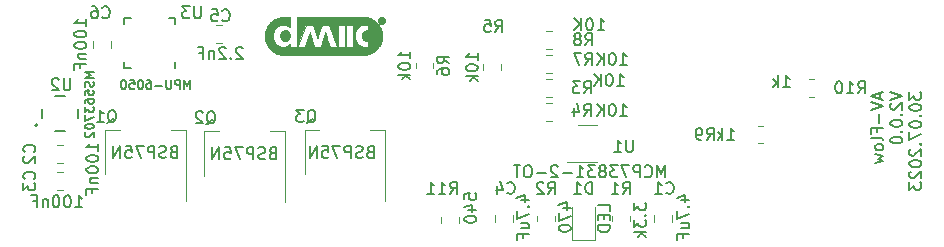
<source format=gbr>
%TF.GenerationSoftware,KiCad,Pcbnew,(6.0.6-0)*%
%TF.CreationDate,2023-07-30T17:28:14+02:00*%
%TF.ProjectId,SR23_T04_Avionics_V1-0-0,53523233-5f54-4303-945f-4176696f6e69,rev?*%
%TF.SameCoordinates,Original*%
%TF.FileFunction,Legend,Bot*%
%TF.FilePolarity,Positive*%
%FSLAX46Y46*%
G04 Gerber Fmt 4.6, Leading zero omitted, Abs format (unit mm)*
G04 Created by KiCad (PCBNEW (6.0.6-0)) date 2023-07-30 17:28:14*
%MOMM*%
%LPD*%
G01*
G04 APERTURE LIST*
%ADD10C,0.010000*%
%ADD11C,0.150000*%
%ADD12C,0.120000*%
%ADD13C,0.200000*%
%ADD14C,0.127000*%
G04 APERTURE END LIST*
D10*
G36*
X122213362Y-89854211D02*
G01*
X122238821Y-89857063D01*
X122264081Y-89861649D01*
X122289050Y-89867971D01*
X122313634Y-89876026D01*
X122337743Y-89885814D01*
X122361284Y-89897334D01*
X122384165Y-89910586D01*
X122406295Y-89925570D01*
X122427580Y-89942284D01*
X122447929Y-89960728D01*
X122467251Y-89980901D01*
X122485452Y-90002802D01*
X122502441Y-90026432D01*
X122518126Y-90051789D01*
X122532415Y-90078872D01*
X122538102Y-90090651D01*
X122543274Y-90102244D01*
X122547949Y-90113754D01*
X122552148Y-90125285D01*
X122555893Y-90136940D01*
X122559204Y-90148822D01*
X122562101Y-90161035D01*
X122564606Y-90173681D01*
X122566738Y-90186866D01*
X122568519Y-90200691D01*
X122569970Y-90215260D01*
X122571110Y-90230677D01*
X122571961Y-90247045D01*
X122572543Y-90264467D01*
X122572877Y-90283046D01*
X122572984Y-90302886D01*
X122572979Y-90332773D01*
X122572281Y-90360991D01*
X122570860Y-90387649D01*
X122568685Y-90412854D01*
X122565724Y-90436715D01*
X122561946Y-90459342D01*
X122557321Y-90480842D01*
X122551817Y-90501324D01*
X122545404Y-90520896D01*
X122538051Y-90539668D01*
X122529726Y-90557747D01*
X122520398Y-90575242D01*
X122510037Y-90592261D01*
X122498611Y-90608914D01*
X122486090Y-90625308D01*
X122472442Y-90641553D01*
X122461605Y-90653360D01*
X122450275Y-90664636D01*
X122438477Y-90675374D01*
X122426237Y-90685571D01*
X122413578Y-90695221D01*
X122400524Y-90704320D01*
X122387102Y-90712863D01*
X122373334Y-90720845D01*
X122359246Y-90728261D01*
X122344862Y-90735107D01*
X122330207Y-90741376D01*
X122315305Y-90747066D01*
X122284859Y-90756684D01*
X122253720Y-90763923D01*
X122222086Y-90768743D01*
X122190151Y-90771106D01*
X122174133Y-90771354D01*
X122158114Y-90770973D01*
X122142117Y-90769958D01*
X122126169Y-90768305D01*
X122110293Y-90766008D01*
X122094514Y-90763064D01*
X122078856Y-90759466D01*
X122063344Y-90755210D01*
X122048003Y-90750292D01*
X122032857Y-90744706D01*
X122017930Y-90738447D01*
X122003248Y-90731511D01*
X121986573Y-90722652D01*
X121970309Y-90712642D01*
X121954495Y-90701532D01*
X121939169Y-90689371D01*
X121924370Y-90676207D01*
X121910137Y-90662089D01*
X121896509Y-90647067D01*
X121883524Y-90631190D01*
X121871221Y-90614507D01*
X121859639Y-90597066D01*
X121848817Y-90578918D01*
X121838793Y-90560111D01*
X121829606Y-90540694D01*
X121821295Y-90520716D01*
X121813899Y-90500227D01*
X121807456Y-90479275D01*
X121802057Y-90457394D01*
X121797752Y-90433624D01*
X121794515Y-90408268D01*
X121792326Y-90381627D01*
X121791159Y-90354005D01*
X121790992Y-90325703D01*
X121791802Y-90297024D01*
X121793566Y-90268270D01*
X121796259Y-90239743D01*
X121799860Y-90211746D01*
X121804344Y-90184581D01*
X121809689Y-90158551D01*
X121815871Y-90133956D01*
X121822866Y-90111101D01*
X121830653Y-90090287D01*
X121839206Y-90071817D01*
X121853976Y-90045074D01*
X121870110Y-90020077D01*
X121887518Y-89996826D01*
X121906107Y-89975320D01*
X121925785Y-89955557D01*
X121946460Y-89937538D01*
X121968039Y-89921262D01*
X121990432Y-89906728D01*
X122013546Y-89893935D01*
X122037289Y-89882883D01*
X122061568Y-89873572D01*
X122086292Y-89866000D01*
X122111369Y-89860167D01*
X122136706Y-89856072D01*
X122162212Y-89853715D01*
X122187795Y-89853095D01*
X122213362Y-89854211D01*
G37*
X122213362Y-89854211D02*
X122238821Y-89857063D01*
X122264081Y-89861649D01*
X122289050Y-89867971D01*
X122313634Y-89876026D01*
X122337743Y-89885814D01*
X122361284Y-89897334D01*
X122384165Y-89910586D01*
X122406295Y-89925570D01*
X122427580Y-89942284D01*
X122447929Y-89960728D01*
X122467251Y-89980901D01*
X122485452Y-90002802D01*
X122502441Y-90026432D01*
X122518126Y-90051789D01*
X122532415Y-90078872D01*
X122538102Y-90090651D01*
X122543274Y-90102244D01*
X122547949Y-90113754D01*
X122552148Y-90125285D01*
X122555893Y-90136940D01*
X122559204Y-90148822D01*
X122562101Y-90161035D01*
X122564606Y-90173681D01*
X122566738Y-90186866D01*
X122568519Y-90200691D01*
X122569970Y-90215260D01*
X122571110Y-90230677D01*
X122571961Y-90247045D01*
X122572543Y-90264467D01*
X122572877Y-90283046D01*
X122572984Y-90302886D01*
X122572979Y-90332773D01*
X122572281Y-90360991D01*
X122570860Y-90387649D01*
X122568685Y-90412854D01*
X122565724Y-90436715D01*
X122561946Y-90459342D01*
X122557321Y-90480842D01*
X122551817Y-90501324D01*
X122545404Y-90520896D01*
X122538051Y-90539668D01*
X122529726Y-90557747D01*
X122520398Y-90575242D01*
X122510037Y-90592261D01*
X122498611Y-90608914D01*
X122486090Y-90625308D01*
X122472442Y-90641553D01*
X122461605Y-90653360D01*
X122450275Y-90664636D01*
X122438477Y-90675374D01*
X122426237Y-90685571D01*
X122413578Y-90695221D01*
X122400524Y-90704320D01*
X122387102Y-90712863D01*
X122373334Y-90720845D01*
X122359246Y-90728261D01*
X122344862Y-90735107D01*
X122330207Y-90741376D01*
X122315305Y-90747066D01*
X122284859Y-90756684D01*
X122253720Y-90763923D01*
X122222086Y-90768743D01*
X122190151Y-90771106D01*
X122174133Y-90771354D01*
X122158114Y-90770973D01*
X122142117Y-90769958D01*
X122126169Y-90768305D01*
X122110293Y-90766008D01*
X122094514Y-90763064D01*
X122078856Y-90759466D01*
X122063344Y-90755210D01*
X122048003Y-90750292D01*
X122032857Y-90744706D01*
X122017930Y-90738447D01*
X122003248Y-90731511D01*
X121986573Y-90722652D01*
X121970309Y-90712642D01*
X121954495Y-90701532D01*
X121939169Y-90689371D01*
X121924370Y-90676207D01*
X121910137Y-90662089D01*
X121896509Y-90647067D01*
X121883524Y-90631190D01*
X121871221Y-90614507D01*
X121859639Y-90597066D01*
X121848817Y-90578918D01*
X121838793Y-90560111D01*
X121829606Y-90540694D01*
X121821295Y-90520716D01*
X121813899Y-90500227D01*
X121807456Y-90479275D01*
X121802057Y-90457394D01*
X121797752Y-90433624D01*
X121794515Y-90408268D01*
X121792326Y-90381627D01*
X121791159Y-90354005D01*
X121790992Y-90325703D01*
X121791802Y-90297024D01*
X121793566Y-90268270D01*
X121796259Y-90239743D01*
X121799860Y-90211746D01*
X121804344Y-90184581D01*
X121809689Y-90158551D01*
X121815871Y-90133956D01*
X121822866Y-90111101D01*
X121830653Y-90090287D01*
X121839206Y-90071817D01*
X121853976Y-90045074D01*
X121870110Y-90020077D01*
X121887518Y-89996826D01*
X121906107Y-89975320D01*
X121925785Y-89955557D01*
X121946460Y-89937538D01*
X121968039Y-89921262D01*
X121990432Y-89906728D01*
X122013546Y-89893935D01*
X122037289Y-89882883D01*
X122061568Y-89873572D01*
X122086292Y-89866000D01*
X122111369Y-89860167D01*
X122136706Y-89856072D01*
X122162212Y-89853715D01*
X122187795Y-89853095D01*
X122213362Y-89854211D01*
G36*
X130239052Y-89003841D02*
G01*
X130239837Y-88968863D01*
X130240524Y-88954747D01*
X130241449Y-88942690D01*
X130242643Y-88932551D01*
X130244136Y-88924187D01*
X130245961Y-88917455D01*
X130248147Y-88912215D01*
X130250725Y-88908323D01*
X130253728Y-88905638D01*
X130257185Y-88904018D01*
X130261128Y-88903320D01*
X130265587Y-88903402D01*
X130270595Y-88904122D01*
X130272082Y-88904499D01*
X130273568Y-88904967D01*
X130275049Y-88905523D01*
X130276524Y-88906165D01*
X130277989Y-88906892D01*
X130279443Y-88907700D01*
X130280883Y-88908587D01*
X130282308Y-88909552D01*
X130283715Y-88910592D01*
X130285101Y-88911704D01*
X130286464Y-88912886D01*
X130287803Y-88914137D01*
X130289115Y-88915454D01*
X130290397Y-88916834D01*
X130291647Y-88918276D01*
X130292864Y-88919777D01*
X130295186Y-88922947D01*
X130297346Y-88926326D01*
X130298359Y-88928089D01*
X130299325Y-88929896D01*
X130300241Y-88931748D01*
X130301104Y-88933640D01*
X130301914Y-88935571D01*
X130302667Y-88937539D01*
X130303361Y-88939540D01*
X130303995Y-88941574D01*
X130304565Y-88943638D01*
X130305069Y-88945728D01*
X130305506Y-88947845D01*
X130305872Y-88949984D01*
X130306831Y-88954779D01*
X130308045Y-88959245D01*
X130309499Y-88963382D01*
X130311181Y-88967192D01*
X130313076Y-88970674D01*
X130315170Y-88973831D01*
X130317450Y-88976663D01*
X130319901Y-88979170D01*
X130322509Y-88981355D01*
X130325262Y-88983218D01*
X130328144Y-88984760D01*
X130331142Y-88985981D01*
X130334242Y-88986884D01*
X130337431Y-88987468D01*
X130340694Y-88987736D01*
X130344017Y-88987687D01*
X130347386Y-88987323D01*
X130350788Y-88986644D01*
X130354209Y-88985653D01*
X130357635Y-88984348D01*
X130361052Y-88982733D01*
X130364446Y-88980807D01*
X130367803Y-88978572D01*
X130371109Y-88976029D01*
X130374350Y-88973178D01*
X130377514Y-88970020D01*
X130380584Y-88966557D01*
X130383549Y-88962789D01*
X130386393Y-88958718D01*
X130389103Y-88954344D01*
X130391666Y-88949668D01*
X130394066Y-88944692D01*
X130396503Y-88939837D01*
X130399169Y-88935201D01*
X130402047Y-88930797D01*
X130405118Y-88926640D01*
X130408366Y-88922740D01*
X130411771Y-88919112D01*
X130415315Y-88915768D01*
X130418981Y-88912721D01*
X130422751Y-88909985D01*
X130426605Y-88907571D01*
X130430527Y-88905493D01*
X130434498Y-88903764D01*
X130436496Y-88903034D01*
X130438500Y-88902397D01*
X130440507Y-88901853D01*
X130442515Y-88901404D01*
X130444521Y-88901052D01*
X130446524Y-88900799D01*
X130448522Y-88900646D01*
X130450511Y-88900595D01*
X130454361Y-88900636D01*
X130457974Y-88900763D01*
X130461349Y-88900977D01*
X130464488Y-88901280D01*
X130467390Y-88901675D01*
X130470056Y-88902164D01*
X130472487Y-88902750D01*
X130474682Y-88903433D01*
X130476642Y-88904218D01*
X130478367Y-88905106D01*
X130479858Y-88906098D01*
X130481114Y-88907199D01*
X130482137Y-88908409D01*
X130482926Y-88909731D01*
X130483482Y-88911168D01*
X130483805Y-88912721D01*
X130483895Y-88914394D01*
X130483753Y-88916187D01*
X130483380Y-88918103D01*
X130482775Y-88920146D01*
X130481938Y-88922316D01*
X130480871Y-88924616D01*
X130479573Y-88927049D01*
X130478045Y-88929616D01*
X130476286Y-88932321D01*
X130474299Y-88935164D01*
X130472081Y-88938149D01*
X130469635Y-88941278D01*
X130464057Y-88947976D01*
X130457567Y-88955275D01*
X130452916Y-88960331D01*
X130448886Y-88964966D01*
X130447103Y-88967149D01*
X130445475Y-88969255D01*
X130444002Y-88971293D01*
X130442684Y-88973272D01*
X130441522Y-88975203D01*
X130440514Y-88977093D01*
X130439661Y-88978954D01*
X130438964Y-88980793D01*
X130438421Y-88982621D01*
X130438033Y-88984446D01*
X130437801Y-88986279D01*
X130437723Y-88988128D01*
X130437801Y-88990002D01*
X130438033Y-88991913D01*
X130438421Y-88993867D01*
X130438964Y-88995876D01*
X130439661Y-88997948D01*
X130440514Y-89000092D01*
X130441522Y-89002319D01*
X130442684Y-89004637D01*
X130444002Y-89007055D01*
X130445475Y-89009584D01*
X130448886Y-89015010D01*
X130452916Y-89020988D01*
X130457567Y-89027595D01*
X130463320Y-89036316D01*
X130468349Y-89044942D01*
X130472661Y-89053462D01*
X130476267Y-89061863D01*
X130479176Y-89070134D01*
X130481395Y-89078262D01*
X130482936Y-89086236D01*
X130483805Y-89094044D01*
X130484013Y-89101673D01*
X130483569Y-89109112D01*
X130482482Y-89116349D01*
X130480760Y-89123372D01*
X130478412Y-89130168D01*
X130475449Y-89136727D01*
X130471878Y-89143036D01*
X130467709Y-89149083D01*
X130462952Y-89154855D01*
X130457614Y-89160342D01*
X130451705Y-89165532D01*
X130445234Y-89170411D01*
X130438210Y-89174969D01*
X130430642Y-89179193D01*
X130422539Y-89183072D01*
X130413911Y-89186593D01*
X130404765Y-89189744D01*
X130395112Y-89192514D01*
X130384961Y-89194891D01*
X130374320Y-89196863D01*
X130363198Y-89198417D01*
X130351604Y-89199542D01*
X130339548Y-89200225D01*
X130327039Y-89200456D01*
X130238845Y-89200456D01*
X130238845Y-89094622D01*
X130309400Y-89094622D01*
X130309470Y-89103374D01*
X130309713Y-89111142D01*
X130310179Y-89117974D01*
X130310916Y-89123920D01*
X130311401Y-89126575D01*
X130311973Y-89129028D01*
X130312637Y-89131284D01*
X130313400Y-89133349D01*
X130314267Y-89135229D01*
X130315245Y-89136930D01*
X130316340Y-89138460D01*
X130317558Y-89139822D01*
X130318905Y-89141025D01*
X130320388Y-89142073D01*
X130322012Y-89142974D01*
X130323783Y-89143732D01*
X130325709Y-89144355D01*
X130327794Y-89144849D01*
X130330045Y-89145219D01*
X130332468Y-89145472D01*
X130335070Y-89145614D01*
X130337856Y-89145651D01*
X130344006Y-89145434D01*
X130350967Y-89144871D01*
X130358789Y-89144011D01*
X130365428Y-89143263D01*
X130371470Y-89142323D01*
X130376939Y-89141167D01*
X130379466Y-89140499D01*
X130381857Y-89139767D01*
X130384117Y-89138968D01*
X130386249Y-89138099D01*
X130388254Y-89137156D01*
X130390136Y-89136136D01*
X130391898Y-89135036D01*
X130393543Y-89133853D01*
X130395073Y-89132583D01*
X130396492Y-89131223D01*
X130397803Y-89129771D01*
X130399007Y-89128222D01*
X130400110Y-89126573D01*
X130401112Y-89124822D01*
X130402017Y-89122965D01*
X130402829Y-89120999D01*
X130403549Y-89118920D01*
X130404181Y-89116726D01*
X130404728Y-89114413D01*
X130405193Y-89111978D01*
X130405887Y-89106728D01*
X130406286Y-89100952D01*
X130406414Y-89094622D01*
X130406286Y-89088293D01*
X130405887Y-89082516D01*
X130405578Y-89079827D01*
X130405193Y-89077267D01*
X130404728Y-89074832D01*
X130404181Y-89072519D01*
X130403549Y-89070324D01*
X130402829Y-89068246D01*
X130402017Y-89066280D01*
X130401112Y-89064423D01*
X130400110Y-89062672D01*
X130399007Y-89061023D01*
X130397803Y-89059474D01*
X130396492Y-89058022D01*
X130395073Y-89056662D01*
X130393543Y-89055392D01*
X130391898Y-89054209D01*
X130390136Y-89053109D01*
X130388254Y-89052089D01*
X130386249Y-89051146D01*
X130384117Y-89050277D01*
X130381857Y-89049478D01*
X130379466Y-89048746D01*
X130376939Y-89048078D01*
X130371470Y-89046922D01*
X130365428Y-89045982D01*
X130358789Y-89045233D01*
X130350967Y-89044373D01*
X130344006Y-89043811D01*
X130337856Y-89043594D01*
X130335070Y-89043631D01*
X130332468Y-89043773D01*
X130330045Y-89044026D01*
X130327794Y-89044396D01*
X130325709Y-89044889D01*
X130323783Y-89045512D01*
X130322012Y-89046271D01*
X130320388Y-89047172D01*
X130318905Y-89048220D01*
X130317558Y-89049423D01*
X130316340Y-89050785D01*
X130315245Y-89052314D01*
X130314267Y-89054016D01*
X130313400Y-89055896D01*
X130312637Y-89057961D01*
X130311973Y-89060217D01*
X130311401Y-89062669D01*
X130310916Y-89065325D01*
X130310510Y-89068190D01*
X130310179Y-89071271D01*
X130309713Y-89078103D01*
X130309470Y-89085871D01*
X130309400Y-89094622D01*
X130238845Y-89094622D01*
X130238845Y-89048761D01*
X130239052Y-89003841D01*
G37*
X130239052Y-89003841D02*
X130239837Y-88968863D01*
X130240524Y-88954747D01*
X130241449Y-88942690D01*
X130242643Y-88932551D01*
X130244136Y-88924187D01*
X130245961Y-88917455D01*
X130248147Y-88912215D01*
X130250725Y-88908323D01*
X130253728Y-88905638D01*
X130257185Y-88904018D01*
X130261128Y-88903320D01*
X130265587Y-88903402D01*
X130270595Y-88904122D01*
X130272082Y-88904499D01*
X130273568Y-88904967D01*
X130275049Y-88905523D01*
X130276524Y-88906165D01*
X130277989Y-88906892D01*
X130279443Y-88907700D01*
X130280883Y-88908587D01*
X130282308Y-88909552D01*
X130283715Y-88910592D01*
X130285101Y-88911704D01*
X130286464Y-88912886D01*
X130287803Y-88914137D01*
X130289115Y-88915454D01*
X130290397Y-88916834D01*
X130291647Y-88918276D01*
X130292864Y-88919777D01*
X130295186Y-88922947D01*
X130297346Y-88926326D01*
X130298359Y-88928089D01*
X130299325Y-88929896D01*
X130300241Y-88931748D01*
X130301104Y-88933640D01*
X130301914Y-88935571D01*
X130302667Y-88937539D01*
X130303361Y-88939540D01*
X130303995Y-88941574D01*
X130304565Y-88943638D01*
X130305069Y-88945728D01*
X130305506Y-88947845D01*
X130305872Y-88949984D01*
X130306831Y-88954779D01*
X130308045Y-88959245D01*
X130309499Y-88963382D01*
X130311181Y-88967192D01*
X130313076Y-88970674D01*
X130315170Y-88973831D01*
X130317450Y-88976663D01*
X130319901Y-88979170D01*
X130322509Y-88981355D01*
X130325262Y-88983218D01*
X130328144Y-88984760D01*
X130331142Y-88985981D01*
X130334242Y-88986884D01*
X130337431Y-88987468D01*
X130340694Y-88987736D01*
X130344017Y-88987687D01*
X130347386Y-88987323D01*
X130350788Y-88986644D01*
X130354209Y-88985653D01*
X130357635Y-88984348D01*
X130361052Y-88982733D01*
X130364446Y-88980807D01*
X130367803Y-88978572D01*
X130371109Y-88976029D01*
X130374350Y-88973178D01*
X130377514Y-88970020D01*
X130380584Y-88966557D01*
X130383549Y-88962789D01*
X130386393Y-88958718D01*
X130389103Y-88954344D01*
X130391666Y-88949668D01*
X130394066Y-88944692D01*
X130396503Y-88939837D01*
X130399169Y-88935201D01*
X130402047Y-88930797D01*
X130405118Y-88926640D01*
X130408366Y-88922740D01*
X130411771Y-88919112D01*
X130415315Y-88915768D01*
X130418981Y-88912721D01*
X130422751Y-88909985D01*
X130426605Y-88907571D01*
X130430527Y-88905493D01*
X130434498Y-88903764D01*
X130436496Y-88903034D01*
X130438500Y-88902397D01*
X130440507Y-88901853D01*
X130442515Y-88901404D01*
X130444521Y-88901052D01*
X130446524Y-88900799D01*
X130448522Y-88900646D01*
X130450511Y-88900595D01*
X130454361Y-88900636D01*
X130457974Y-88900763D01*
X130461349Y-88900977D01*
X130464488Y-88901280D01*
X130467390Y-88901675D01*
X130470056Y-88902164D01*
X130472487Y-88902750D01*
X130474682Y-88903433D01*
X130476642Y-88904218D01*
X130478367Y-88905106D01*
X130479858Y-88906098D01*
X130481114Y-88907199D01*
X130482137Y-88908409D01*
X130482926Y-88909731D01*
X130483482Y-88911168D01*
X130483805Y-88912721D01*
X130483895Y-88914394D01*
X130483753Y-88916187D01*
X130483380Y-88918103D01*
X130482775Y-88920146D01*
X130481938Y-88922316D01*
X130480871Y-88924616D01*
X130479573Y-88927049D01*
X130478045Y-88929616D01*
X130476286Y-88932321D01*
X130474299Y-88935164D01*
X130472081Y-88938149D01*
X130469635Y-88941278D01*
X130464057Y-88947976D01*
X130457567Y-88955275D01*
X130452916Y-88960331D01*
X130448886Y-88964966D01*
X130447103Y-88967149D01*
X130445475Y-88969255D01*
X130444002Y-88971293D01*
X130442684Y-88973272D01*
X130441522Y-88975203D01*
X130440514Y-88977093D01*
X130439661Y-88978954D01*
X130438964Y-88980793D01*
X130438421Y-88982621D01*
X130438033Y-88984446D01*
X130437801Y-88986279D01*
X130437723Y-88988128D01*
X130437801Y-88990002D01*
X130438033Y-88991913D01*
X130438421Y-88993867D01*
X130438964Y-88995876D01*
X130439661Y-88997948D01*
X130440514Y-89000092D01*
X130441522Y-89002319D01*
X130442684Y-89004637D01*
X130444002Y-89007055D01*
X130445475Y-89009584D01*
X130448886Y-89015010D01*
X130452916Y-89020988D01*
X130457567Y-89027595D01*
X130463320Y-89036316D01*
X130468349Y-89044942D01*
X130472661Y-89053462D01*
X130476267Y-89061863D01*
X130479176Y-89070134D01*
X130481395Y-89078262D01*
X130482936Y-89086236D01*
X130483805Y-89094044D01*
X130484013Y-89101673D01*
X130483569Y-89109112D01*
X130482482Y-89116349D01*
X130480760Y-89123372D01*
X130478412Y-89130168D01*
X130475449Y-89136727D01*
X130471878Y-89143036D01*
X130467709Y-89149083D01*
X130462952Y-89154855D01*
X130457614Y-89160342D01*
X130451705Y-89165532D01*
X130445234Y-89170411D01*
X130438210Y-89174969D01*
X130430642Y-89179193D01*
X130422539Y-89183072D01*
X130413911Y-89186593D01*
X130404765Y-89189744D01*
X130395112Y-89192514D01*
X130384961Y-89194891D01*
X130374320Y-89196863D01*
X130363198Y-89198417D01*
X130351604Y-89199542D01*
X130339548Y-89200225D01*
X130327039Y-89200456D01*
X130238845Y-89200456D01*
X130238845Y-89094622D01*
X130309400Y-89094622D01*
X130309470Y-89103374D01*
X130309713Y-89111142D01*
X130310179Y-89117974D01*
X130310916Y-89123920D01*
X130311401Y-89126575D01*
X130311973Y-89129028D01*
X130312637Y-89131284D01*
X130313400Y-89133349D01*
X130314267Y-89135229D01*
X130315245Y-89136930D01*
X130316340Y-89138460D01*
X130317558Y-89139822D01*
X130318905Y-89141025D01*
X130320388Y-89142073D01*
X130322012Y-89142974D01*
X130323783Y-89143732D01*
X130325709Y-89144355D01*
X130327794Y-89144849D01*
X130330045Y-89145219D01*
X130332468Y-89145472D01*
X130335070Y-89145614D01*
X130337856Y-89145651D01*
X130344006Y-89145434D01*
X130350967Y-89144871D01*
X130358789Y-89144011D01*
X130365428Y-89143263D01*
X130371470Y-89142323D01*
X130376939Y-89141167D01*
X130379466Y-89140499D01*
X130381857Y-89139767D01*
X130384117Y-89138968D01*
X130386249Y-89138099D01*
X130388254Y-89137156D01*
X130390136Y-89136136D01*
X130391898Y-89135036D01*
X130393543Y-89133853D01*
X130395073Y-89132583D01*
X130396492Y-89131223D01*
X130397803Y-89129771D01*
X130399007Y-89128222D01*
X130400110Y-89126573D01*
X130401112Y-89124822D01*
X130402017Y-89122965D01*
X130402829Y-89120999D01*
X130403549Y-89118920D01*
X130404181Y-89116726D01*
X130404728Y-89114413D01*
X130405193Y-89111978D01*
X130405887Y-89106728D01*
X130406286Y-89100952D01*
X130406414Y-89094622D01*
X130406286Y-89088293D01*
X130405887Y-89082516D01*
X130405578Y-89079827D01*
X130405193Y-89077267D01*
X130404728Y-89074832D01*
X130404181Y-89072519D01*
X130403549Y-89070324D01*
X130402829Y-89068246D01*
X130402017Y-89066280D01*
X130401112Y-89064423D01*
X130400110Y-89062672D01*
X130399007Y-89061023D01*
X130397803Y-89059474D01*
X130396492Y-89058022D01*
X130395073Y-89056662D01*
X130393543Y-89055392D01*
X130391898Y-89054209D01*
X130390136Y-89053109D01*
X130388254Y-89052089D01*
X130386249Y-89051146D01*
X130384117Y-89050277D01*
X130381857Y-89049478D01*
X130379466Y-89048746D01*
X130376939Y-89048078D01*
X130371470Y-89046922D01*
X130365428Y-89045982D01*
X130358789Y-89045233D01*
X130350967Y-89044373D01*
X130344006Y-89043811D01*
X130337856Y-89043594D01*
X130335070Y-89043631D01*
X130332468Y-89043773D01*
X130330045Y-89044026D01*
X130327794Y-89044396D01*
X130325709Y-89044889D01*
X130323783Y-89045512D01*
X130322012Y-89046271D01*
X130320388Y-89047172D01*
X130318905Y-89048220D01*
X130317558Y-89049423D01*
X130316340Y-89050785D01*
X130315245Y-89052314D01*
X130314267Y-89054016D01*
X130313400Y-89055896D01*
X130312637Y-89057961D01*
X130311973Y-89060217D01*
X130311401Y-89062669D01*
X130310916Y-89065325D01*
X130310510Y-89068190D01*
X130310179Y-89071271D01*
X130309713Y-89078103D01*
X130309470Y-89085871D01*
X130309400Y-89094622D01*
X130238845Y-89094622D01*
X130238845Y-89048761D01*
X130239052Y-89003841D01*
G36*
X130052449Y-89005797D02*
G01*
X130054803Y-88989647D01*
X130058129Y-88973631D01*
X130062433Y-88957785D01*
X130067726Y-88942147D01*
X130074013Y-88926753D01*
X130081304Y-88911640D01*
X130089606Y-88896844D01*
X130098928Y-88882404D01*
X130109278Y-88868354D01*
X130120664Y-88854733D01*
X130133528Y-88840385D01*
X130146351Y-88827093D01*
X130159173Y-88814841D01*
X130172037Y-88803608D01*
X130184984Y-88793379D01*
X130198055Y-88784133D01*
X130211291Y-88775854D01*
X130224734Y-88768524D01*
X130238424Y-88762123D01*
X130252405Y-88756635D01*
X130266716Y-88752040D01*
X130281398Y-88748322D01*
X130296495Y-88745461D01*
X130312046Y-88743440D01*
X130328093Y-88742241D01*
X130344677Y-88741845D01*
X130362369Y-88742257D01*
X130379714Y-88743492D01*
X130396698Y-88745542D01*
X130413304Y-88748404D01*
X130429518Y-88752072D01*
X130445323Y-88756542D01*
X130460704Y-88761807D01*
X130475647Y-88767862D01*
X130490134Y-88774703D01*
X130504151Y-88782325D01*
X130517683Y-88790721D01*
X130530713Y-88799888D01*
X130543227Y-88809819D01*
X130555208Y-88820510D01*
X130566641Y-88831956D01*
X130577511Y-88844150D01*
X130592983Y-88863895D01*
X130606679Y-88884056D01*
X130618630Y-88904566D01*
X130628868Y-88925355D01*
X130637425Y-88946354D01*
X130644333Y-88967495D01*
X130649625Y-88988710D01*
X130653331Y-89009928D01*
X130655485Y-89031082D01*
X130656118Y-89052103D01*
X130655262Y-89072921D01*
X130652949Y-89093468D01*
X130649211Y-89113676D01*
X130644080Y-89133475D01*
X130637588Y-89152797D01*
X130629767Y-89171572D01*
X130620648Y-89189733D01*
X130610265Y-89207210D01*
X130598649Y-89223934D01*
X130585831Y-89239837D01*
X130571844Y-89254850D01*
X130556721Y-89268903D01*
X130540491Y-89281930D01*
X130523189Y-89293859D01*
X130504845Y-89304624D01*
X130485492Y-89314154D01*
X130465162Y-89322381D01*
X130443886Y-89329237D01*
X130421697Y-89334652D01*
X130398627Y-89338558D01*
X130374707Y-89340886D01*
X130349969Y-89341567D01*
X130341278Y-89341445D01*
X130332444Y-89341091D01*
X130314609Y-89339748D01*
X130296981Y-89337660D01*
X130280076Y-89334952D01*
X130264411Y-89331748D01*
X130250503Y-89328172D01*
X130244369Y-89326284D01*
X130238869Y-89324348D01*
X130234066Y-89322382D01*
X130230025Y-89320400D01*
X130213056Y-89310624D01*
X130196880Y-89300171D01*
X130181506Y-89289079D01*
X130166942Y-89277385D01*
X130153196Y-89265124D01*
X130140275Y-89252335D01*
X130128188Y-89239053D01*
X130116944Y-89225316D01*
X130106549Y-89211160D01*
X130097012Y-89196622D01*
X130088342Y-89181740D01*
X130080546Y-89166549D01*
X130073633Y-89151087D01*
X130067609Y-89135391D01*
X130062485Y-89119497D01*
X130058267Y-89103442D01*
X130054963Y-89087263D01*
X130052583Y-89070997D01*
X130051133Y-89054680D01*
X130050622Y-89038350D01*
X130050627Y-89038178D01*
X130124192Y-89038178D01*
X130124567Y-89068502D01*
X130125087Y-89081765D01*
X130125873Y-89093906D01*
X130126959Y-89105034D01*
X130128378Y-89115259D01*
X130130163Y-89124687D01*
X130132350Y-89133428D01*
X130134970Y-89141590D01*
X130138058Y-89149282D01*
X130141648Y-89156613D01*
X130145772Y-89163690D01*
X130150465Y-89170622D01*
X130155759Y-89177518D01*
X130161689Y-89184487D01*
X130168289Y-89191636D01*
X130177596Y-89201136D01*
X130187599Y-89210419D01*
X130198206Y-89219433D01*
X130209327Y-89228127D01*
X130220872Y-89236448D01*
X130232750Y-89244346D01*
X130244871Y-89251769D01*
X130257145Y-89258664D01*
X130269480Y-89264981D01*
X130281787Y-89270667D01*
X130293976Y-89275671D01*
X130305955Y-89279941D01*
X130317634Y-89283426D01*
X130328923Y-89286073D01*
X130339732Y-89287832D01*
X130349969Y-89288650D01*
X130353518Y-89288528D01*
X130357521Y-89288168D01*
X130361938Y-89287581D01*
X130366726Y-89286776D01*
X130371846Y-89285765D01*
X130377255Y-89284557D01*
X130382911Y-89283164D01*
X130388775Y-89281595D01*
X130394804Y-89279860D01*
X130400957Y-89277970D01*
X130407192Y-89275936D01*
X130413469Y-89273767D01*
X130419746Y-89271475D01*
X130425982Y-89269068D01*
X130432135Y-89266559D01*
X130438164Y-89263956D01*
X130454575Y-89256364D01*
X130470072Y-89247846D01*
X130484648Y-89238458D01*
X130498298Y-89228258D01*
X130511016Y-89217300D01*
X130522798Y-89205642D01*
X130533637Y-89193338D01*
X130543529Y-89180447D01*
X130552466Y-89167023D01*
X130560445Y-89153123D01*
X130567460Y-89138803D01*
X130573505Y-89124119D01*
X130578574Y-89109128D01*
X130582662Y-89093886D01*
X130585764Y-89078449D01*
X130587874Y-89062873D01*
X130588987Y-89047214D01*
X130589097Y-89031528D01*
X130588198Y-89015873D01*
X130586286Y-89000303D01*
X130583354Y-88984875D01*
X130579398Y-88969646D01*
X130574411Y-88954671D01*
X130568389Y-88940007D01*
X130561325Y-88925709D01*
X130553214Y-88911835D01*
X130544051Y-88898440D01*
X130533831Y-88885581D01*
X130522547Y-88873313D01*
X130510194Y-88861694D01*
X130496767Y-88850778D01*
X130482261Y-88840623D01*
X130473891Y-88835693D01*
X130465330Y-88831154D01*
X130447686Y-88823249D01*
X130429442Y-88816899D01*
X130410713Y-88812097D01*
X130391612Y-88808835D01*
X130372252Y-88807105D01*
X130352748Y-88806900D01*
X130333212Y-88808211D01*
X130313760Y-88811031D01*
X130294503Y-88815353D01*
X130275557Y-88821168D01*
X130257035Y-88828468D01*
X130239050Y-88837247D01*
X130221716Y-88847495D01*
X130205147Y-88859207D01*
X130197184Y-88865608D01*
X130189456Y-88872372D01*
X130178549Y-88882451D01*
X130168927Y-88891651D01*
X130160508Y-88900169D01*
X130156725Y-88904234D01*
X130153213Y-88908201D01*
X130149963Y-88912097D01*
X130146963Y-88915944D01*
X130144204Y-88919769D01*
X130141676Y-88923594D01*
X130139369Y-88927446D01*
X130137272Y-88931347D01*
X130135377Y-88935324D01*
X130133673Y-88939400D01*
X130132149Y-88943600D01*
X130130797Y-88947949D01*
X130129605Y-88952471D01*
X130128564Y-88957191D01*
X130127663Y-88962132D01*
X130126894Y-88967321D01*
X130126245Y-88972781D01*
X130125708Y-88978537D01*
X130124924Y-88991034D01*
X130124464Y-89005009D01*
X130124247Y-89020658D01*
X130124192Y-89038178D01*
X130050627Y-89038178D01*
X130051058Y-89022043D01*
X130052449Y-89005797D01*
G37*
X130052449Y-89005797D02*
X130054803Y-88989647D01*
X130058129Y-88973631D01*
X130062433Y-88957785D01*
X130067726Y-88942147D01*
X130074013Y-88926753D01*
X130081304Y-88911640D01*
X130089606Y-88896844D01*
X130098928Y-88882404D01*
X130109278Y-88868354D01*
X130120664Y-88854733D01*
X130133528Y-88840385D01*
X130146351Y-88827093D01*
X130159173Y-88814841D01*
X130172037Y-88803608D01*
X130184984Y-88793379D01*
X130198055Y-88784133D01*
X130211291Y-88775854D01*
X130224734Y-88768524D01*
X130238424Y-88762123D01*
X130252405Y-88756635D01*
X130266716Y-88752040D01*
X130281398Y-88748322D01*
X130296495Y-88745461D01*
X130312046Y-88743440D01*
X130328093Y-88742241D01*
X130344677Y-88741845D01*
X130362369Y-88742257D01*
X130379714Y-88743492D01*
X130396698Y-88745542D01*
X130413304Y-88748404D01*
X130429518Y-88752072D01*
X130445323Y-88756542D01*
X130460704Y-88761807D01*
X130475647Y-88767862D01*
X130490134Y-88774703D01*
X130504151Y-88782325D01*
X130517683Y-88790721D01*
X130530713Y-88799888D01*
X130543227Y-88809819D01*
X130555208Y-88820510D01*
X130566641Y-88831956D01*
X130577511Y-88844150D01*
X130592983Y-88863895D01*
X130606679Y-88884056D01*
X130618630Y-88904566D01*
X130628868Y-88925355D01*
X130637425Y-88946354D01*
X130644333Y-88967495D01*
X130649625Y-88988710D01*
X130653331Y-89009928D01*
X130655485Y-89031082D01*
X130656118Y-89052103D01*
X130655262Y-89072921D01*
X130652949Y-89093468D01*
X130649211Y-89113676D01*
X130644080Y-89133475D01*
X130637588Y-89152797D01*
X130629767Y-89171572D01*
X130620648Y-89189733D01*
X130610265Y-89207210D01*
X130598649Y-89223934D01*
X130585831Y-89239837D01*
X130571844Y-89254850D01*
X130556721Y-89268903D01*
X130540491Y-89281930D01*
X130523189Y-89293859D01*
X130504845Y-89304624D01*
X130485492Y-89314154D01*
X130465162Y-89322381D01*
X130443886Y-89329237D01*
X130421697Y-89334652D01*
X130398627Y-89338558D01*
X130374707Y-89340886D01*
X130349969Y-89341567D01*
X130341278Y-89341445D01*
X130332444Y-89341091D01*
X130314609Y-89339748D01*
X130296981Y-89337660D01*
X130280076Y-89334952D01*
X130264411Y-89331748D01*
X130250503Y-89328172D01*
X130244369Y-89326284D01*
X130238869Y-89324348D01*
X130234066Y-89322382D01*
X130230025Y-89320400D01*
X130213056Y-89310624D01*
X130196880Y-89300171D01*
X130181506Y-89289079D01*
X130166942Y-89277385D01*
X130153196Y-89265124D01*
X130140275Y-89252335D01*
X130128188Y-89239053D01*
X130116944Y-89225316D01*
X130106549Y-89211160D01*
X130097012Y-89196622D01*
X130088342Y-89181740D01*
X130080546Y-89166549D01*
X130073633Y-89151087D01*
X130067609Y-89135391D01*
X130062485Y-89119497D01*
X130058267Y-89103442D01*
X130054963Y-89087263D01*
X130052583Y-89070997D01*
X130051133Y-89054680D01*
X130050622Y-89038350D01*
X130050627Y-89038178D01*
X130124192Y-89038178D01*
X130124567Y-89068502D01*
X130125087Y-89081765D01*
X130125873Y-89093906D01*
X130126959Y-89105034D01*
X130128378Y-89115259D01*
X130130163Y-89124687D01*
X130132350Y-89133428D01*
X130134970Y-89141590D01*
X130138058Y-89149282D01*
X130141648Y-89156613D01*
X130145772Y-89163690D01*
X130150465Y-89170622D01*
X130155759Y-89177518D01*
X130161689Y-89184487D01*
X130168289Y-89191636D01*
X130177596Y-89201136D01*
X130187599Y-89210419D01*
X130198206Y-89219433D01*
X130209327Y-89228127D01*
X130220872Y-89236448D01*
X130232750Y-89244346D01*
X130244871Y-89251769D01*
X130257145Y-89258664D01*
X130269480Y-89264981D01*
X130281787Y-89270667D01*
X130293976Y-89275671D01*
X130305955Y-89279941D01*
X130317634Y-89283426D01*
X130328923Y-89286073D01*
X130339732Y-89287832D01*
X130349969Y-89288650D01*
X130353518Y-89288528D01*
X130357521Y-89288168D01*
X130361938Y-89287581D01*
X130366726Y-89286776D01*
X130371846Y-89285765D01*
X130377255Y-89284557D01*
X130382911Y-89283164D01*
X130388775Y-89281595D01*
X130394804Y-89279860D01*
X130400957Y-89277970D01*
X130407192Y-89275936D01*
X130413469Y-89273767D01*
X130419746Y-89271475D01*
X130425982Y-89269068D01*
X130432135Y-89266559D01*
X130438164Y-89263956D01*
X130454575Y-89256364D01*
X130470072Y-89247846D01*
X130484648Y-89238458D01*
X130498298Y-89228258D01*
X130511016Y-89217300D01*
X130522798Y-89205642D01*
X130533637Y-89193338D01*
X130543529Y-89180447D01*
X130552466Y-89167023D01*
X130560445Y-89153123D01*
X130567460Y-89138803D01*
X130573505Y-89124119D01*
X130578574Y-89109128D01*
X130582662Y-89093886D01*
X130585764Y-89078449D01*
X130587874Y-89062873D01*
X130588987Y-89047214D01*
X130589097Y-89031528D01*
X130588198Y-89015873D01*
X130586286Y-89000303D01*
X130583354Y-88984875D01*
X130579398Y-88969646D01*
X130574411Y-88954671D01*
X130568389Y-88940007D01*
X130561325Y-88925709D01*
X130553214Y-88911835D01*
X130544051Y-88898440D01*
X130533831Y-88885581D01*
X130522547Y-88873313D01*
X130510194Y-88861694D01*
X130496767Y-88850778D01*
X130482261Y-88840623D01*
X130473891Y-88835693D01*
X130465330Y-88831154D01*
X130447686Y-88823249D01*
X130429442Y-88816899D01*
X130410713Y-88812097D01*
X130391612Y-88808835D01*
X130372252Y-88807105D01*
X130352748Y-88806900D01*
X130333212Y-88808211D01*
X130313760Y-88811031D01*
X130294503Y-88815353D01*
X130275557Y-88821168D01*
X130257035Y-88828468D01*
X130239050Y-88837247D01*
X130221716Y-88847495D01*
X130205147Y-88859207D01*
X130197184Y-88865608D01*
X130189456Y-88872372D01*
X130178549Y-88882451D01*
X130168927Y-88891651D01*
X130160508Y-88900169D01*
X130156725Y-88904234D01*
X130153213Y-88908201D01*
X130149963Y-88912097D01*
X130146963Y-88915944D01*
X130144204Y-88919769D01*
X130141676Y-88923594D01*
X130139369Y-88927446D01*
X130137272Y-88931347D01*
X130135377Y-88935324D01*
X130133673Y-88939400D01*
X130132149Y-88943600D01*
X130130797Y-88947949D01*
X130129605Y-88952471D01*
X130128564Y-88957191D01*
X130127663Y-88962132D01*
X130126894Y-88967321D01*
X130126245Y-88972781D01*
X130125708Y-88978537D01*
X130124924Y-88991034D01*
X130124464Y-89005009D01*
X130124247Y-89020658D01*
X130124192Y-89038178D01*
X130050627Y-89038178D01*
X130051058Y-89022043D01*
X130052449Y-89005797D01*
G36*
X122583567Y-89623789D02*
G01*
X122511248Y-89553233D01*
X122488721Y-89532476D01*
X122466055Y-89513177D01*
X122443151Y-89495311D01*
X122419912Y-89478847D01*
X122396238Y-89463758D01*
X122372032Y-89450015D01*
X122347195Y-89437590D01*
X122321630Y-89426454D01*
X122295238Y-89416579D01*
X122267921Y-89407937D01*
X122239581Y-89400498D01*
X122210119Y-89394236D01*
X122179438Y-89389120D01*
X122147439Y-89385123D01*
X122114024Y-89382217D01*
X122079095Y-89380372D01*
X122027779Y-89379012D01*
X121978292Y-89379580D01*
X121930562Y-89382101D01*
X121884516Y-89386601D01*
X121840083Y-89393106D01*
X121797190Y-89401642D01*
X121755764Y-89412235D01*
X121715734Y-89424911D01*
X121677027Y-89439694D01*
X121639570Y-89456612D01*
X121603291Y-89475690D01*
X121568119Y-89496954D01*
X121533980Y-89520430D01*
X121500802Y-89546143D01*
X121468512Y-89574120D01*
X121437040Y-89604386D01*
X121404419Y-89639077D01*
X121374015Y-89675038D01*
X121345813Y-89712302D01*
X121319796Y-89750899D01*
X121295950Y-89790861D01*
X121274259Y-89832217D01*
X121254707Y-89875000D01*
X121237279Y-89919240D01*
X121221960Y-89964969D01*
X121208733Y-90012217D01*
X121197584Y-90061015D01*
X121188497Y-90111394D01*
X121181456Y-90163386D01*
X121176446Y-90217021D01*
X121173451Y-90272330D01*
X121172456Y-90329344D01*
X121174248Y-90402259D01*
X121179598Y-90472788D01*
X121188467Y-90540863D01*
X121200816Y-90606413D01*
X121216607Y-90669369D01*
X121235801Y-90729661D01*
X121258359Y-90787220D01*
X121284243Y-90841975D01*
X121313413Y-90893857D01*
X121345831Y-90942795D01*
X121381458Y-90988722D01*
X121420255Y-91031565D01*
X121462184Y-91071257D01*
X121507206Y-91107726D01*
X121555282Y-91140903D01*
X121606373Y-91170719D01*
X121632304Y-91184018D01*
X121657305Y-91196158D01*
X121681562Y-91207182D01*
X121705261Y-91217132D01*
X121728588Y-91226048D01*
X121751728Y-91233971D01*
X121774869Y-91240944D01*
X121798196Y-91247008D01*
X121821895Y-91252203D01*
X121846152Y-91256571D01*
X121871153Y-91260154D01*
X121897084Y-91262993D01*
X121924131Y-91265129D01*
X121952481Y-91266603D01*
X121982319Y-91267458D01*
X122013831Y-91267733D01*
X122052769Y-91266971D01*
X122090843Y-91264695D01*
X122128018Y-91260920D01*
X122164258Y-91255662D01*
X122199526Y-91248936D01*
X122233787Y-91240758D01*
X122267004Y-91231144D01*
X122299140Y-91220108D01*
X122330161Y-91207667D01*
X122360029Y-91193836D01*
X122388708Y-91178630D01*
X122416163Y-91162065D01*
X122442357Y-91144157D01*
X122467254Y-91124920D01*
X122490818Y-91104371D01*
X122513012Y-91082525D01*
X122522241Y-91072882D01*
X122531285Y-91063921D01*
X122539956Y-91055829D01*
X122544094Y-91052166D01*
X122548069Y-91048791D01*
X122551858Y-91045725D01*
X122555438Y-91042993D01*
X122558786Y-91040617D01*
X122561877Y-91038621D01*
X122564690Y-91037028D01*
X122567200Y-91035861D01*
X122569384Y-91035144D01*
X122570347Y-91034962D01*
X122571220Y-91034900D01*
X122571876Y-91035038D01*
X122572522Y-91035449D01*
X122573155Y-91036125D01*
X122573776Y-91037060D01*
X122574385Y-91038247D01*
X122574980Y-91039679D01*
X122576126Y-91043251D01*
X122577210Y-91047722D01*
X122578228Y-91053038D01*
X122579172Y-91059145D01*
X122580040Y-91065989D01*
X122580824Y-91073514D01*
X122581521Y-91081667D01*
X122582125Y-91090394D01*
X122582630Y-91099640D01*
X122583033Y-91109352D01*
X122583326Y-91119474D01*
X122583506Y-91129952D01*
X122583567Y-91140733D01*
X122583567Y-91246567D01*
X123200928Y-91246567D01*
X123289123Y-91246567D01*
X123917067Y-91246567D01*
X124082873Y-90687414D01*
X124204581Y-90273782D01*
X124246584Y-90134270D01*
X124268081Y-90066525D01*
X124287484Y-90006553D01*
X124315706Y-90101803D01*
X124631442Y-91190122D01*
X124650845Y-91246567D01*
X125239984Y-91246567D01*
X125414609Y-90638025D01*
X125483731Y-90401554D01*
X125541609Y-90208077D01*
X125582289Y-90077439D01*
X125594319Y-90041886D01*
X125599817Y-90029484D01*
X125601703Y-90032534D01*
X125605312Y-90041486D01*
X125617318Y-90075896D01*
X125635071Y-90130315D01*
X125657805Y-90202345D01*
X125715159Y-90389648D01*
X125783262Y-90618622D01*
X125910482Y-91040633D01*
X125951685Y-91173255D01*
X125970234Y-91227164D01*
X125971164Y-91228461D01*
X125972633Y-91229707D01*
X125974642Y-91230900D01*
X125977193Y-91232042D01*
X125980286Y-91233133D01*
X125983923Y-91234171D01*
X125992834Y-91236094D01*
X126003935Y-91237809D01*
X126017239Y-91239318D01*
X126032754Y-91240621D01*
X126050491Y-91241716D01*
X126070460Y-91242605D01*
X126092673Y-91243287D01*
X126117138Y-91243762D01*
X126143867Y-91244031D01*
X126204156Y-91243948D01*
X126273623Y-91243039D01*
X126566429Y-91237747D01*
X126229526Y-90316997D01*
X125892623Y-89394484D01*
X126640511Y-89394484D01*
X126640511Y-91246567D01*
X127257873Y-91246567D01*
X127363706Y-91246567D01*
X127981067Y-91246567D01*
X127981067Y-90329887D01*
X128092504Y-90329887D01*
X128095430Y-90396948D01*
X128102305Y-90463838D01*
X128113138Y-90530235D01*
X128127940Y-90595815D01*
X128146721Y-90660256D01*
X128169491Y-90723235D01*
X128196261Y-90784428D01*
X128215053Y-90821142D01*
X128236293Y-90857133D01*
X128259870Y-90892297D01*
X128285668Y-90926531D01*
X128313575Y-90959732D01*
X128343477Y-90991795D01*
X128375260Y-91022618D01*
X128408810Y-91052098D01*
X128444014Y-91080131D01*
X128480757Y-91106613D01*
X128518927Y-91131442D01*
X128558410Y-91154514D01*
X128599091Y-91175725D01*
X128640858Y-91194973D01*
X128683596Y-91212154D01*
X128727192Y-91227164D01*
X128743534Y-91232116D01*
X128762508Y-91237017D01*
X128806650Y-91246457D01*
X128856208Y-91255069D01*
X128907770Y-91262442D01*
X128957927Y-91268161D01*
X129003268Y-91271813D01*
X129023067Y-91272734D01*
X129040382Y-91272984D01*
X129054788Y-91272510D01*
X129065858Y-91271261D01*
X129073748Y-91269945D01*
X129082670Y-91268670D01*
X129092337Y-91267478D01*
X129102459Y-91266410D01*
X129112746Y-91265508D01*
X129122909Y-91264812D01*
X129132659Y-91264364D01*
X129141706Y-91264206D01*
X129148846Y-91264144D01*
X129152075Y-91263999D01*
X129155087Y-91263716D01*
X129157886Y-91263250D01*
X129160480Y-91262555D01*
X129161702Y-91262106D01*
X129162875Y-91261584D01*
X129164000Y-91260981D01*
X129165077Y-91260292D01*
X129166108Y-91259511D01*
X129167094Y-91258633D01*
X129168034Y-91257652D01*
X129168931Y-91256562D01*
X129169784Y-91255357D01*
X129170594Y-91254032D01*
X129171363Y-91252580D01*
X129172092Y-91250997D01*
X129172780Y-91249276D01*
X129173428Y-91247412D01*
X129174612Y-91243231D01*
X129175648Y-91238408D01*
X129176543Y-91232897D01*
X129177303Y-91226652D01*
X129177936Y-91219627D01*
X129178448Y-91211777D01*
X129178844Y-91203055D01*
X129179132Y-91193416D01*
X129179318Y-91182814D01*
X129179408Y-91171203D01*
X129179409Y-91158538D01*
X129179170Y-91129858D01*
X129178651Y-91096409D01*
X129176984Y-91013733D01*
X129171692Y-90761497D01*
X129115248Y-90766789D01*
X129101159Y-90767763D01*
X129087020Y-90768048D01*
X129072850Y-90767659D01*
X129058672Y-90766610D01*
X129044508Y-90764915D01*
X129030377Y-90762588D01*
X129002304Y-90756095D01*
X128974623Y-90747247D01*
X128947506Y-90736155D01*
X128921123Y-90722935D01*
X128895644Y-90707699D01*
X128871239Y-90690561D01*
X128848081Y-90671635D01*
X128826338Y-90651036D01*
X128806181Y-90628875D01*
X128787782Y-90605267D01*
X128771310Y-90580327D01*
X128756936Y-90554166D01*
X128750589Y-90540664D01*
X128744831Y-90526900D01*
X128735941Y-90501424D01*
X128728446Y-90474728D01*
X128722336Y-90446998D01*
X128717601Y-90418421D01*
X128714230Y-90389183D01*
X128712213Y-90359469D01*
X128711539Y-90329465D01*
X128712199Y-90299359D01*
X128714182Y-90269335D01*
X128717477Y-90239579D01*
X128722074Y-90210279D01*
X128727964Y-90181619D01*
X128735134Y-90153786D01*
X128743577Y-90126966D01*
X128753280Y-90101345D01*
X128764233Y-90077109D01*
X128776670Y-90052603D01*
X128789565Y-90029976D01*
X128803002Y-90009163D01*
X128809951Y-89999417D01*
X128817067Y-89990099D01*
X128824362Y-89981203D01*
X128831846Y-89972720D01*
X128839529Y-89964642D01*
X128847422Y-89956961D01*
X128855537Y-89949669D01*
X128863882Y-89942757D01*
X128872471Y-89936218D01*
X128881312Y-89930044D01*
X128890416Y-89924227D01*
X128899795Y-89918758D01*
X128909459Y-89913629D01*
X128919418Y-89908833D01*
X128929683Y-89904361D01*
X128940265Y-89900205D01*
X128951175Y-89896357D01*
X128962423Y-89892810D01*
X128985976Y-89886582D01*
X129011009Y-89881458D01*
X129037608Y-89877373D01*
X129065858Y-89874261D01*
X129182275Y-89865442D01*
X129176984Y-89625553D01*
X129171692Y-89385664D01*
X129035872Y-89380372D01*
X128974713Y-89379925D01*
X128914371Y-89383163D01*
X128855000Y-89390007D01*
X128796755Y-89400381D01*
X128739793Y-89414208D01*
X128684266Y-89431408D01*
X128630332Y-89451905D01*
X128578144Y-89475622D01*
X128527857Y-89502481D01*
X128479628Y-89532404D01*
X128433610Y-89565315D01*
X128389959Y-89601134D01*
X128348830Y-89639786D01*
X128310377Y-89681191D01*
X128274757Y-89725274D01*
X128242123Y-89771956D01*
X128209982Y-89826018D01*
X128181696Y-89882816D01*
X128157275Y-89942027D01*
X128136730Y-90003328D01*
X128120072Y-90066397D01*
X128107309Y-90130911D01*
X128098454Y-90196545D01*
X128093515Y-90262978D01*
X128092504Y-90329887D01*
X127981067Y-90329887D01*
X127981067Y-89394484D01*
X127363706Y-89394484D01*
X127363706Y-91246567D01*
X127257873Y-91246567D01*
X127257873Y-89394484D01*
X126640511Y-89394484D01*
X125892623Y-89394484D01*
X125284081Y-89394484D01*
X125232929Y-89556761D01*
X125162373Y-89790036D01*
X125060067Y-90121206D01*
X125012111Y-90275849D01*
X124971432Y-90400562D01*
X124955061Y-90447715D01*
X124941997Y-90482610D01*
X124932737Y-90503656D01*
X124929688Y-90508488D01*
X124928586Y-90509395D01*
X124927776Y-90509261D01*
X124926317Y-90506414D01*
X124923959Y-90500621D01*
X124916751Y-90480819D01*
X124906568Y-90451094D01*
X124893821Y-90412688D01*
X124862291Y-90314793D01*
X124825470Y-90197053D01*
X124736614Y-89911744D01*
X124654373Y-89644956D01*
X124574998Y-89394484D01*
X123968220Y-89394484D01*
X123661303Y-90237622D01*
X123322637Y-91163664D01*
X123289123Y-91246567D01*
X123200928Y-91246567D01*
X123200928Y-88724206D01*
X126125456Y-88729497D01*
X129048220Y-88733025D01*
X129194623Y-88773595D01*
X129308415Y-88807969D01*
X129418120Y-88849404D01*
X129523494Y-88897645D01*
X129624295Y-88952437D01*
X129720279Y-89013522D01*
X129811205Y-89080646D01*
X129896828Y-89153552D01*
X129976907Y-89231985D01*
X130051198Y-89315690D01*
X130119458Y-89404409D01*
X130181445Y-89497888D01*
X130236915Y-89595870D01*
X130285626Y-89698100D01*
X130327335Y-89804322D01*
X130361799Y-89914281D01*
X130388775Y-90027720D01*
X130395186Y-90063919D01*
X130400537Y-90103998D01*
X130404844Y-90147367D01*
X130408123Y-90193443D01*
X130411658Y-90291362D01*
X130411265Y-90393065D01*
X130407069Y-90493858D01*
X130399194Y-90589050D01*
X130393915Y-90633078D01*
X130387763Y-90673947D01*
X130380753Y-90711069D01*
X130372901Y-90743858D01*
X130346312Y-90830388D01*
X130315554Y-90914621D01*
X130280713Y-90996452D01*
X130241877Y-91075773D01*
X130199134Y-91152479D01*
X130152573Y-91226465D01*
X130102280Y-91297623D01*
X130048345Y-91365850D01*
X129990854Y-91431037D01*
X129929896Y-91493080D01*
X129865557Y-91551873D01*
X129797928Y-91607310D01*
X129727094Y-91659284D01*
X129653144Y-91707689D01*
X129576166Y-91752421D01*
X129496248Y-91793372D01*
X129463705Y-91808345D01*
X129427732Y-91823854D01*
X129389526Y-91839447D01*
X129350286Y-91854667D01*
X129311212Y-91869061D01*
X129273502Y-91882173D01*
X129238355Y-91893549D01*
X129206970Y-91902733D01*
X129065858Y-91943303D01*
X125511623Y-91945067D01*
X122970521Y-91942862D01*
X121851554Y-91932720D01*
X121788645Y-91922262D01*
X121726619Y-91909440D01*
X121665520Y-91894295D01*
X121605395Y-91876871D01*
X121546287Y-91857211D01*
X121488242Y-91835357D01*
X121375524Y-91785242D01*
X121267601Y-91726869D01*
X121164836Y-91660581D01*
X121067589Y-91586723D01*
X120976224Y-91505638D01*
X120891101Y-91417670D01*
X120812582Y-91323162D01*
X120741029Y-91222458D01*
X120676804Y-91115901D01*
X120620268Y-91003836D01*
X120571783Y-90886606D01*
X120531712Y-90764554D01*
X120514944Y-90701828D01*
X120500415Y-90638025D01*
X120493735Y-90602682D01*
X120488236Y-90564386D01*
X120483900Y-90523532D01*
X120480709Y-90480515D01*
X120478644Y-90435731D01*
X120477687Y-90389575D01*
X120477821Y-90342442D01*
X120479028Y-90294728D01*
X120481288Y-90246828D01*
X120484585Y-90199137D01*
X120488899Y-90152051D01*
X120494214Y-90105965D01*
X120500510Y-90061274D01*
X120507770Y-90018373D01*
X120515976Y-89977658D01*
X120525109Y-89939525D01*
X120544723Y-89870911D01*
X120567756Y-89802786D01*
X120594070Y-89735348D01*
X120623529Y-89668796D01*
X120655995Y-89603329D01*
X120691332Y-89539147D01*
X120729402Y-89476447D01*
X120770069Y-89415430D01*
X120813196Y-89356293D01*
X120858646Y-89299237D01*
X120906282Y-89244460D01*
X120955967Y-89192160D01*
X121007563Y-89142537D01*
X121060935Y-89095790D01*
X121115945Y-89052118D01*
X121172456Y-89011720D01*
X121230848Y-88973609D01*
X121289180Y-88938594D01*
X121347806Y-88906587D01*
X121407081Y-88877499D01*
X121467359Y-88851243D01*
X121528993Y-88827731D01*
X121592337Y-88806875D01*
X121657746Y-88788588D01*
X121725574Y-88772781D01*
X121796174Y-88759366D01*
X121869900Y-88748257D01*
X121947107Y-88739364D01*
X122028148Y-88732601D01*
X122113377Y-88727878D01*
X122203149Y-88725109D01*
X122297817Y-88724206D01*
X122583567Y-88724206D01*
X122583567Y-89623789D01*
G37*
X122583567Y-89623789D02*
X122511248Y-89553233D01*
X122488721Y-89532476D01*
X122466055Y-89513177D01*
X122443151Y-89495311D01*
X122419912Y-89478847D01*
X122396238Y-89463758D01*
X122372032Y-89450015D01*
X122347195Y-89437590D01*
X122321630Y-89426454D01*
X122295238Y-89416579D01*
X122267921Y-89407937D01*
X122239581Y-89400498D01*
X122210119Y-89394236D01*
X122179438Y-89389120D01*
X122147439Y-89385123D01*
X122114024Y-89382217D01*
X122079095Y-89380372D01*
X122027779Y-89379012D01*
X121978292Y-89379580D01*
X121930562Y-89382101D01*
X121884516Y-89386601D01*
X121840083Y-89393106D01*
X121797190Y-89401642D01*
X121755764Y-89412235D01*
X121715734Y-89424911D01*
X121677027Y-89439694D01*
X121639570Y-89456612D01*
X121603291Y-89475690D01*
X121568119Y-89496954D01*
X121533980Y-89520430D01*
X121500802Y-89546143D01*
X121468512Y-89574120D01*
X121437040Y-89604386D01*
X121404419Y-89639077D01*
X121374015Y-89675038D01*
X121345813Y-89712302D01*
X121319796Y-89750899D01*
X121295950Y-89790861D01*
X121274259Y-89832217D01*
X121254707Y-89875000D01*
X121237279Y-89919240D01*
X121221960Y-89964969D01*
X121208733Y-90012217D01*
X121197584Y-90061015D01*
X121188497Y-90111394D01*
X121181456Y-90163386D01*
X121176446Y-90217021D01*
X121173451Y-90272330D01*
X121172456Y-90329344D01*
X121174248Y-90402259D01*
X121179598Y-90472788D01*
X121188467Y-90540863D01*
X121200816Y-90606413D01*
X121216607Y-90669369D01*
X121235801Y-90729661D01*
X121258359Y-90787220D01*
X121284243Y-90841975D01*
X121313413Y-90893857D01*
X121345831Y-90942795D01*
X121381458Y-90988722D01*
X121420255Y-91031565D01*
X121462184Y-91071257D01*
X121507206Y-91107726D01*
X121555282Y-91140903D01*
X121606373Y-91170719D01*
X121632304Y-91184018D01*
X121657305Y-91196158D01*
X121681562Y-91207182D01*
X121705261Y-91217132D01*
X121728588Y-91226048D01*
X121751728Y-91233971D01*
X121774869Y-91240944D01*
X121798196Y-91247008D01*
X121821895Y-91252203D01*
X121846152Y-91256571D01*
X121871153Y-91260154D01*
X121897084Y-91262993D01*
X121924131Y-91265129D01*
X121952481Y-91266603D01*
X121982319Y-91267458D01*
X122013831Y-91267733D01*
X122052769Y-91266971D01*
X122090843Y-91264695D01*
X122128018Y-91260920D01*
X122164258Y-91255662D01*
X122199526Y-91248936D01*
X122233787Y-91240758D01*
X122267004Y-91231144D01*
X122299140Y-91220108D01*
X122330161Y-91207667D01*
X122360029Y-91193836D01*
X122388708Y-91178630D01*
X122416163Y-91162065D01*
X122442357Y-91144157D01*
X122467254Y-91124920D01*
X122490818Y-91104371D01*
X122513012Y-91082525D01*
X122522241Y-91072882D01*
X122531285Y-91063921D01*
X122539956Y-91055829D01*
X122544094Y-91052166D01*
X122548069Y-91048791D01*
X122551858Y-91045725D01*
X122555438Y-91042993D01*
X122558786Y-91040617D01*
X122561877Y-91038621D01*
X122564690Y-91037028D01*
X122567200Y-91035861D01*
X122569384Y-91035144D01*
X122570347Y-91034962D01*
X122571220Y-91034900D01*
X122571876Y-91035038D01*
X122572522Y-91035449D01*
X122573155Y-91036125D01*
X122573776Y-91037060D01*
X122574385Y-91038247D01*
X122574980Y-91039679D01*
X122576126Y-91043251D01*
X122577210Y-91047722D01*
X122578228Y-91053038D01*
X122579172Y-91059145D01*
X122580040Y-91065989D01*
X122580824Y-91073514D01*
X122581521Y-91081667D01*
X122582125Y-91090394D01*
X122582630Y-91099640D01*
X122583033Y-91109352D01*
X122583326Y-91119474D01*
X122583506Y-91129952D01*
X122583567Y-91140733D01*
X122583567Y-91246567D01*
X123200928Y-91246567D01*
X123289123Y-91246567D01*
X123917067Y-91246567D01*
X124082873Y-90687414D01*
X124204581Y-90273782D01*
X124246584Y-90134270D01*
X124268081Y-90066525D01*
X124287484Y-90006553D01*
X124315706Y-90101803D01*
X124631442Y-91190122D01*
X124650845Y-91246567D01*
X125239984Y-91246567D01*
X125414609Y-90638025D01*
X125483731Y-90401554D01*
X125541609Y-90208077D01*
X125582289Y-90077439D01*
X125594319Y-90041886D01*
X125599817Y-90029484D01*
X125601703Y-90032534D01*
X125605312Y-90041486D01*
X125617318Y-90075896D01*
X125635071Y-90130315D01*
X125657805Y-90202345D01*
X125715159Y-90389648D01*
X125783262Y-90618622D01*
X125910482Y-91040633D01*
X125951685Y-91173255D01*
X125970234Y-91227164D01*
X125971164Y-91228461D01*
X125972633Y-91229707D01*
X125974642Y-91230900D01*
X125977193Y-91232042D01*
X125980286Y-91233133D01*
X125983923Y-91234171D01*
X125992834Y-91236094D01*
X126003935Y-91237809D01*
X126017239Y-91239318D01*
X126032754Y-91240621D01*
X126050491Y-91241716D01*
X126070460Y-91242605D01*
X126092673Y-91243287D01*
X126117138Y-91243762D01*
X126143867Y-91244031D01*
X126204156Y-91243948D01*
X126273623Y-91243039D01*
X126566429Y-91237747D01*
X126229526Y-90316997D01*
X125892623Y-89394484D01*
X126640511Y-89394484D01*
X126640511Y-91246567D01*
X127257873Y-91246567D01*
X127363706Y-91246567D01*
X127981067Y-91246567D01*
X127981067Y-90329887D01*
X128092504Y-90329887D01*
X128095430Y-90396948D01*
X128102305Y-90463838D01*
X128113138Y-90530235D01*
X128127940Y-90595815D01*
X128146721Y-90660256D01*
X128169491Y-90723235D01*
X128196261Y-90784428D01*
X128215053Y-90821142D01*
X128236293Y-90857133D01*
X128259870Y-90892297D01*
X128285668Y-90926531D01*
X128313575Y-90959732D01*
X128343477Y-90991795D01*
X128375260Y-91022618D01*
X128408810Y-91052098D01*
X128444014Y-91080131D01*
X128480757Y-91106613D01*
X128518927Y-91131442D01*
X128558410Y-91154514D01*
X128599091Y-91175725D01*
X128640858Y-91194973D01*
X128683596Y-91212154D01*
X128727192Y-91227164D01*
X128743534Y-91232116D01*
X128762508Y-91237017D01*
X128806650Y-91246457D01*
X128856208Y-91255069D01*
X128907770Y-91262442D01*
X128957927Y-91268161D01*
X129003268Y-91271813D01*
X129023067Y-91272734D01*
X129040382Y-91272984D01*
X129054788Y-91272510D01*
X129065858Y-91271261D01*
X129073748Y-91269945D01*
X129082670Y-91268670D01*
X129092337Y-91267478D01*
X129102459Y-91266410D01*
X129112746Y-91265508D01*
X129122909Y-91264812D01*
X129132659Y-91264364D01*
X129141706Y-91264206D01*
X129148846Y-91264144D01*
X129152075Y-91263999D01*
X129155087Y-91263716D01*
X129157886Y-91263250D01*
X129160480Y-91262555D01*
X129161702Y-91262106D01*
X129162875Y-91261584D01*
X129164000Y-91260981D01*
X129165077Y-91260292D01*
X129166108Y-91259511D01*
X129167094Y-91258633D01*
X129168034Y-91257652D01*
X129168931Y-91256562D01*
X129169784Y-91255357D01*
X129170594Y-91254032D01*
X129171363Y-91252580D01*
X129172092Y-91250997D01*
X129172780Y-91249276D01*
X129173428Y-91247412D01*
X129174612Y-91243231D01*
X129175648Y-91238408D01*
X129176543Y-91232897D01*
X129177303Y-91226652D01*
X129177936Y-91219627D01*
X129178448Y-91211777D01*
X129178844Y-91203055D01*
X129179132Y-91193416D01*
X129179318Y-91182814D01*
X129179408Y-91171203D01*
X129179409Y-91158538D01*
X129179170Y-91129858D01*
X129178651Y-91096409D01*
X129176984Y-91013733D01*
X129171692Y-90761497D01*
X129115248Y-90766789D01*
X129101159Y-90767763D01*
X129087020Y-90768048D01*
X129072850Y-90767659D01*
X129058672Y-90766610D01*
X129044508Y-90764915D01*
X129030377Y-90762588D01*
X129002304Y-90756095D01*
X128974623Y-90747247D01*
X128947506Y-90736155D01*
X128921123Y-90722935D01*
X128895644Y-90707699D01*
X128871239Y-90690561D01*
X128848081Y-90671635D01*
X128826338Y-90651036D01*
X128806181Y-90628875D01*
X128787782Y-90605267D01*
X128771310Y-90580327D01*
X128756936Y-90554166D01*
X128750589Y-90540664D01*
X128744831Y-90526900D01*
X128735941Y-90501424D01*
X128728446Y-90474728D01*
X128722336Y-90446998D01*
X128717601Y-90418421D01*
X128714230Y-90389183D01*
X128712213Y-90359469D01*
X128711539Y-90329465D01*
X128712199Y-90299359D01*
X128714182Y-90269335D01*
X128717477Y-90239579D01*
X128722074Y-90210279D01*
X128727964Y-90181619D01*
X128735134Y-90153786D01*
X128743577Y-90126966D01*
X128753280Y-90101345D01*
X128764233Y-90077109D01*
X128776670Y-90052603D01*
X128789565Y-90029976D01*
X128803002Y-90009163D01*
X128809951Y-89999417D01*
X128817067Y-89990099D01*
X128824362Y-89981203D01*
X128831846Y-89972720D01*
X128839529Y-89964642D01*
X128847422Y-89956961D01*
X128855537Y-89949669D01*
X128863882Y-89942757D01*
X128872471Y-89936218D01*
X128881312Y-89930044D01*
X128890416Y-89924227D01*
X128899795Y-89918758D01*
X128909459Y-89913629D01*
X128919418Y-89908833D01*
X128929683Y-89904361D01*
X128940265Y-89900205D01*
X128951175Y-89896357D01*
X128962423Y-89892810D01*
X128985976Y-89886582D01*
X129011009Y-89881458D01*
X129037608Y-89877373D01*
X129065858Y-89874261D01*
X129182275Y-89865442D01*
X129176984Y-89625553D01*
X129171692Y-89385664D01*
X129035872Y-89380372D01*
X128974713Y-89379925D01*
X128914371Y-89383163D01*
X128855000Y-89390007D01*
X128796755Y-89400381D01*
X128739793Y-89414208D01*
X128684266Y-89431408D01*
X128630332Y-89451905D01*
X128578144Y-89475622D01*
X128527857Y-89502481D01*
X128479628Y-89532404D01*
X128433610Y-89565315D01*
X128389959Y-89601134D01*
X128348830Y-89639786D01*
X128310377Y-89681191D01*
X128274757Y-89725274D01*
X128242123Y-89771956D01*
X128209982Y-89826018D01*
X128181696Y-89882816D01*
X128157275Y-89942027D01*
X128136730Y-90003328D01*
X128120072Y-90066397D01*
X128107309Y-90130911D01*
X128098454Y-90196545D01*
X128093515Y-90262978D01*
X128092504Y-90329887D01*
X127981067Y-90329887D01*
X127981067Y-89394484D01*
X127363706Y-89394484D01*
X127363706Y-91246567D01*
X127257873Y-91246567D01*
X127257873Y-89394484D01*
X126640511Y-89394484D01*
X125892623Y-89394484D01*
X125284081Y-89394484D01*
X125232929Y-89556761D01*
X125162373Y-89790036D01*
X125060067Y-90121206D01*
X125012111Y-90275849D01*
X124971432Y-90400562D01*
X124955061Y-90447715D01*
X124941997Y-90482610D01*
X124932737Y-90503656D01*
X124929688Y-90508488D01*
X124928586Y-90509395D01*
X124927776Y-90509261D01*
X124926317Y-90506414D01*
X124923959Y-90500621D01*
X124916751Y-90480819D01*
X124906568Y-90451094D01*
X124893821Y-90412688D01*
X124862291Y-90314793D01*
X124825470Y-90197053D01*
X124736614Y-89911744D01*
X124654373Y-89644956D01*
X124574998Y-89394484D01*
X123968220Y-89394484D01*
X123661303Y-90237622D01*
X123322637Y-91163664D01*
X123289123Y-91246567D01*
X123200928Y-91246567D01*
X123200928Y-88724206D01*
X126125456Y-88729497D01*
X129048220Y-88733025D01*
X129194623Y-88773595D01*
X129308415Y-88807969D01*
X129418120Y-88849404D01*
X129523494Y-88897645D01*
X129624295Y-88952437D01*
X129720279Y-89013522D01*
X129811205Y-89080646D01*
X129896828Y-89153552D01*
X129976907Y-89231985D01*
X130051198Y-89315690D01*
X130119458Y-89404409D01*
X130181445Y-89497888D01*
X130236915Y-89595870D01*
X130285626Y-89698100D01*
X130327335Y-89804322D01*
X130361799Y-89914281D01*
X130388775Y-90027720D01*
X130395186Y-90063919D01*
X130400537Y-90103998D01*
X130404844Y-90147367D01*
X130408123Y-90193443D01*
X130411658Y-90291362D01*
X130411265Y-90393065D01*
X130407069Y-90493858D01*
X130399194Y-90589050D01*
X130393915Y-90633078D01*
X130387763Y-90673947D01*
X130380753Y-90711069D01*
X130372901Y-90743858D01*
X130346312Y-90830388D01*
X130315554Y-90914621D01*
X130280713Y-90996452D01*
X130241877Y-91075773D01*
X130199134Y-91152479D01*
X130152573Y-91226465D01*
X130102280Y-91297623D01*
X130048345Y-91365850D01*
X129990854Y-91431037D01*
X129929896Y-91493080D01*
X129865557Y-91551873D01*
X129797928Y-91607310D01*
X129727094Y-91659284D01*
X129653144Y-91707689D01*
X129576166Y-91752421D01*
X129496248Y-91793372D01*
X129463705Y-91808345D01*
X129427732Y-91823854D01*
X129389526Y-91839447D01*
X129350286Y-91854667D01*
X129311212Y-91869061D01*
X129273502Y-91882173D01*
X129238355Y-91893549D01*
X129206970Y-91902733D01*
X129065858Y-91943303D01*
X125511623Y-91945067D01*
X122970521Y-91942862D01*
X121851554Y-91932720D01*
X121788645Y-91922262D01*
X121726619Y-91909440D01*
X121665520Y-91894295D01*
X121605395Y-91876871D01*
X121546287Y-91857211D01*
X121488242Y-91835357D01*
X121375524Y-91785242D01*
X121267601Y-91726869D01*
X121164836Y-91660581D01*
X121067589Y-91586723D01*
X120976224Y-91505638D01*
X120891101Y-91417670D01*
X120812582Y-91323162D01*
X120741029Y-91222458D01*
X120676804Y-91115901D01*
X120620268Y-91003836D01*
X120571783Y-90886606D01*
X120531712Y-90764554D01*
X120514944Y-90701828D01*
X120500415Y-90638025D01*
X120493735Y-90602682D01*
X120488236Y-90564386D01*
X120483900Y-90523532D01*
X120480709Y-90480515D01*
X120478644Y-90435731D01*
X120477687Y-90389575D01*
X120477821Y-90342442D01*
X120479028Y-90294728D01*
X120481288Y-90246828D01*
X120484585Y-90199137D01*
X120488899Y-90152051D01*
X120494214Y-90105965D01*
X120500510Y-90061274D01*
X120507770Y-90018373D01*
X120515976Y-89977658D01*
X120525109Y-89939525D01*
X120544723Y-89870911D01*
X120567756Y-89802786D01*
X120594070Y-89735348D01*
X120623529Y-89668796D01*
X120655995Y-89603329D01*
X120691332Y-89539147D01*
X120729402Y-89476447D01*
X120770069Y-89415430D01*
X120813196Y-89356293D01*
X120858646Y-89299237D01*
X120906282Y-89244460D01*
X120955967Y-89192160D01*
X121007563Y-89142537D01*
X121060935Y-89095790D01*
X121115945Y-89052118D01*
X121172456Y-89011720D01*
X121230848Y-88973609D01*
X121289180Y-88938594D01*
X121347806Y-88906587D01*
X121407081Y-88877499D01*
X121467359Y-88851243D01*
X121528993Y-88827731D01*
X121592337Y-88806875D01*
X121657746Y-88788588D01*
X121725574Y-88772781D01*
X121796174Y-88759366D01*
X121869900Y-88748257D01*
X121947107Y-88739364D01*
X122028148Y-88732601D01*
X122113377Y-88727878D01*
X122203149Y-88725109D01*
X122297817Y-88724206D01*
X122583567Y-88724206D01*
X122583567Y-89623789D01*
D11*
X172546666Y-95156976D02*
X172546666Y-95633166D01*
X172832380Y-95061738D02*
X171832380Y-95395071D01*
X172832380Y-95728404D01*
X171832380Y-95918880D02*
X172832380Y-96252214D01*
X171832380Y-96585547D01*
X172451428Y-96918880D02*
X172451428Y-97680785D01*
X172308571Y-98490309D02*
X172308571Y-98156976D01*
X172832380Y-98156976D02*
X171832380Y-98156976D01*
X171832380Y-98633166D01*
X172832380Y-99156976D02*
X172784761Y-99061738D01*
X172689523Y-99014119D01*
X171832380Y-99014119D01*
X172832380Y-99680785D02*
X172784761Y-99585547D01*
X172737142Y-99537928D01*
X172641904Y-99490309D01*
X172356190Y-99490309D01*
X172260952Y-99537928D01*
X172213333Y-99585547D01*
X172165714Y-99680785D01*
X172165714Y-99823642D01*
X172213333Y-99918880D01*
X172260952Y-99966500D01*
X172356190Y-100014119D01*
X172641904Y-100014119D01*
X172737142Y-99966500D01*
X172784761Y-99918880D01*
X172832380Y-99823642D01*
X172832380Y-99680785D01*
X172165714Y-100347452D02*
X172832380Y-100537928D01*
X172356190Y-100728404D01*
X172832380Y-100918880D01*
X172165714Y-101109357D01*
X173442380Y-95061738D02*
X174442380Y-95395071D01*
X173442380Y-95728404D01*
X173537619Y-96014119D02*
X173490000Y-96061738D01*
X173442380Y-96156976D01*
X173442380Y-96395071D01*
X173490000Y-96490309D01*
X173537619Y-96537928D01*
X173632857Y-96585547D01*
X173728095Y-96585547D01*
X173870952Y-96537928D01*
X174442380Y-95966500D01*
X174442380Y-96585547D01*
X174347142Y-97014119D02*
X174394761Y-97061738D01*
X174442380Y-97014119D01*
X174394761Y-96966500D01*
X174347142Y-97014119D01*
X174442380Y-97014119D01*
X173442380Y-97680785D02*
X173442380Y-97776023D01*
X173490000Y-97871261D01*
X173537619Y-97918880D01*
X173632857Y-97966500D01*
X173823333Y-98014119D01*
X174061428Y-98014119D01*
X174251904Y-97966500D01*
X174347142Y-97918880D01*
X174394761Y-97871261D01*
X174442380Y-97776023D01*
X174442380Y-97680785D01*
X174394761Y-97585547D01*
X174347142Y-97537928D01*
X174251904Y-97490309D01*
X174061428Y-97442690D01*
X173823333Y-97442690D01*
X173632857Y-97490309D01*
X173537619Y-97537928D01*
X173490000Y-97585547D01*
X173442380Y-97680785D01*
X174347142Y-98442690D02*
X174394761Y-98490309D01*
X174442380Y-98442690D01*
X174394761Y-98395071D01*
X174347142Y-98442690D01*
X174442380Y-98442690D01*
X173442380Y-99109357D02*
X173442380Y-99204595D01*
X173490000Y-99299833D01*
X173537619Y-99347452D01*
X173632857Y-99395071D01*
X173823333Y-99442690D01*
X174061428Y-99442690D01*
X174251904Y-99395071D01*
X174347142Y-99347452D01*
X174394761Y-99299833D01*
X174442380Y-99204595D01*
X174442380Y-99109357D01*
X174394761Y-99014119D01*
X174347142Y-98966500D01*
X174251904Y-98918880D01*
X174061428Y-98871261D01*
X173823333Y-98871261D01*
X173632857Y-98918880D01*
X173537619Y-98966500D01*
X173490000Y-99014119D01*
X173442380Y-99109357D01*
X175052380Y-95109357D02*
X175052380Y-95728404D01*
X175433333Y-95395071D01*
X175433333Y-95537928D01*
X175480952Y-95633166D01*
X175528571Y-95680785D01*
X175623809Y-95728404D01*
X175861904Y-95728404D01*
X175957142Y-95680785D01*
X176004761Y-95633166D01*
X176052380Y-95537928D01*
X176052380Y-95252214D01*
X176004761Y-95156976D01*
X175957142Y-95109357D01*
X175052380Y-96347452D02*
X175052380Y-96442690D01*
X175100000Y-96537928D01*
X175147619Y-96585547D01*
X175242857Y-96633166D01*
X175433333Y-96680785D01*
X175671428Y-96680785D01*
X175861904Y-96633166D01*
X175957142Y-96585547D01*
X176004761Y-96537928D01*
X176052380Y-96442690D01*
X176052380Y-96347452D01*
X176004761Y-96252214D01*
X175957142Y-96204595D01*
X175861904Y-96156976D01*
X175671428Y-96109357D01*
X175433333Y-96109357D01*
X175242857Y-96156976D01*
X175147619Y-96204595D01*
X175100000Y-96252214D01*
X175052380Y-96347452D01*
X175957142Y-97109357D02*
X176004761Y-97156976D01*
X176052380Y-97109357D01*
X176004761Y-97061738D01*
X175957142Y-97109357D01*
X176052380Y-97109357D01*
X175052380Y-97776023D02*
X175052380Y-97871261D01*
X175100000Y-97966500D01*
X175147619Y-98014119D01*
X175242857Y-98061738D01*
X175433333Y-98109357D01*
X175671428Y-98109357D01*
X175861904Y-98061738D01*
X175957142Y-98014119D01*
X176004761Y-97966500D01*
X176052380Y-97871261D01*
X176052380Y-97776023D01*
X176004761Y-97680785D01*
X175957142Y-97633166D01*
X175861904Y-97585547D01*
X175671428Y-97537928D01*
X175433333Y-97537928D01*
X175242857Y-97585547D01*
X175147619Y-97633166D01*
X175100000Y-97680785D01*
X175052380Y-97776023D01*
X175052380Y-98442690D02*
X175052380Y-99109357D01*
X176052380Y-98680785D01*
X175957142Y-99490309D02*
X176004761Y-99537928D01*
X176052380Y-99490309D01*
X176004761Y-99442690D01*
X175957142Y-99490309D01*
X176052380Y-99490309D01*
X175147619Y-99918880D02*
X175100000Y-99966500D01*
X175052380Y-100061738D01*
X175052380Y-100299833D01*
X175100000Y-100395071D01*
X175147619Y-100442690D01*
X175242857Y-100490309D01*
X175338095Y-100490309D01*
X175480952Y-100442690D01*
X176052380Y-99871261D01*
X176052380Y-100490309D01*
X175052380Y-101109357D02*
X175052380Y-101204595D01*
X175100000Y-101299833D01*
X175147619Y-101347452D01*
X175242857Y-101395071D01*
X175433333Y-101442690D01*
X175671428Y-101442690D01*
X175861904Y-101395071D01*
X175957142Y-101347452D01*
X176004761Y-101299833D01*
X176052380Y-101204595D01*
X176052380Y-101109357D01*
X176004761Y-101014119D01*
X175957142Y-100966500D01*
X175861904Y-100918880D01*
X175671428Y-100871261D01*
X175433333Y-100871261D01*
X175242857Y-100918880D01*
X175147619Y-100966500D01*
X175100000Y-101014119D01*
X175052380Y-101109357D01*
X175147619Y-101823642D02*
X175100000Y-101871261D01*
X175052380Y-101966500D01*
X175052380Y-102204595D01*
X175100000Y-102299833D01*
X175147619Y-102347452D01*
X175242857Y-102395071D01*
X175338095Y-102395071D01*
X175480952Y-102347452D01*
X176052380Y-101776023D01*
X176052380Y-102395071D01*
X175052380Y-102728404D02*
X175052380Y-103347452D01*
X175433333Y-103014119D01*
X175433333Y-103156976D01*
X175480952Y-103252214D01*
X175528571Y-103299833D01*
X175623809Y-103347452D01*
X175861904Y-103347452D01*
X175957142Y-103299833D01*
X176004761Y-103252214D01*
X176052380Y-103156976D01*
X176052380Y-102871261D01*
X176004761Y-102776023D01*
X175957142Y-102728404D01*
%TO.C,R9*%
X157900666Y-99131380D02*
X158234000Y-98655190D01*
X158472095Y-99131380D02*
X158472095Y-98131380D01*
X158091142Y-98131380D01*
X157995904Y-98179000D01*
X157948285Y-98226619D01*
X157900666Y-98321857D01*
X157900666Y-98464714D01*
X157948285Y-98559952D01*
X157995904Y-98607571D01*
X158091142Y-98655190D01*
X158472095Y-98655190D01*
X157424476Y-99131380D02*
X157234000Y-99131380D01*
X157138761Y-99083761D01*
X157091142Y-99036142D01*
X156995904Y-98893285D01*
X156948285Y-98702809D01*
X156948285Y-98321857D01*
X156995904Y-98226619D01*
X157043523Y-98179000D01*
X157138761Y-98131380D01*
X157329238Y-98131380D01*
X157424476Y-98179000D01*
X157472095Y-98226619D01*
X157519714Y-98321857D01*
X157519714Y-98559952D01*
X157472095Y-98655190D01*
X157424476Y-98702809D01*
X157329238Y-98750428D01*
X157138761Y-98750428D01*
X157043523Y-98702809D01*
X156995904Y-98655190D01*
X156948285Y-98559952D01*
X159631047Y-99131380D02*
X160202476Y-99131380D01*
X159916761Y-99131380D02*
X159916761Y-98131380D01*
X160012000Y-98274238D01*
X160107238Y-98369476D01*
X160202476Y-98417095D01*
X159202476Y-99131380D02*
X159202476Y-98131380D01*
X159107238Y-98750428D02*
X158821523Y-99131380D01*
X158821523Y-98464714D02*
X159202476Y-98845666D01*
%TO.C,R3*%
X147486666Y-95194380D02*
X147820000Y-94718190D01*
X148058095Y-95194380D02*
X148058095Y-94194380D01*
X147677142Y-94194380D01*
X147581904Y-94242000D01*
X147534285Y-94289619D01*
X147486666Y-94384857D01*
X147486666Y-94527714D01*
X147534285Y-94622952D01*
X147581904Y-94670571D01*
X147677142Y-94718190D01*
X148058095Y-94718190D01*
X147153333Y-94194380D02*
X146534285Y-94194380D01*
X146867619Y-94575333D01*
X146724761Y-94575333D01*
X146629523Y-94622952D01*
X146581904Y-94670571D01*
X146534285Y-94765809D01*
X146534285Y-95003904D01*
X146581904Y-95099142D01*
X146629523Y-95146761D01*
X146724761Y-95194380D01*
X147010476Y-95194380D01*
X147105714Y-95146761D01*
X147153333Y-95099142D01*
X150296476Y-94559380D02*
X150867904Y-94559380D01*
X150582190Y-94559380D02*
X150582190Y-93559380D01*
X150677428Y-93702238D01*
X150772666Y-93797476D01*
X150867904Y-93845095D01*
X149677428Y-93559380D02*
X149582190Y-93559380D01*
X149486952Y-93607000D01*
X149439333Y-93654619D01*
X149391714Y-93749857D01*
X149344095Y-93940333D01*
X149344095Y-94178428D01*
X149391714Y-94368904D01*
X149439333Y-94464142D01*
X149486952Y-94511761D01*
X149582190Y-94559380D01*
X149677428Y-94559380D01*
X149772666Y-94511761D01*
X149820285Y-94464142D01*
X149867904Y-94368904D01*
X149915523Y-94178428D01*
X149915523Y-93940333D01*
X149867904Y-93749857D01*
X149820285Y-93654619D01*
X149772666Y-93607000D01*
X149677428Y-93559380D01*
X148915523Y-94559380D02*
X148915523Y-93559380D01*
X148344095Y-94559380D02*
X148772666Y-93987952D01*
X148344095Y-93559380D02*
X148915523Y-94130809D01*
%TO.C,U2*%
X104012904Y-93940380D02*
X104012904Y-94749904D01*
X103965285Y-94845142D01*
X103917666Y-94892761D01*
X103822428Y-94940380D01*
X103631952Y-94940380D01*
X103536714Y-94892761D01*
X103489095Y-94845142D01*
X103441476Y-94749904D01*
X103441476Y-93940380D01*
X103012904Y-94035619D02*
X102965285Y-93988000D01*
X102870047Y-93940380D01*
X102631952Y-93940380D01*
X102536714Y-93988000D01*
X102489095Y-94035619D01*
X102441476Y-94130857D01*
X102441476Y-94226095D01*
X102489095Y-94368952D01*
X103060523Y-94940380D01*
X102441476Y-94940380D01*
X106003285Y-93389000D02*
X105253285Y-93389000D01*
X105789000Y-93639000D01*
X105253285Y-93889000D01*
X106003285Y-93889000D01*
X105967571Y-94210428D02*
X106003285Y-94317571D01*
X106003285Y-94496142D01*
X105967571Y-94567571D01*
X105931857Y-94603285D01*
X105860428Y-94639000D01*
X105789000Y-94639000D01*
X105717571Y-94603285D01*
X105681857Y-94567571D01*
X105646142Y-94496142D01*
X105610428Y-94353285D01*
X105574714Y-94281857D01*
X105539000Y-94246142D01*
X105467571Y-94210428D01*
X105396142Y-94210428D01*
X105324714Y-94246142D01*
X105289000Y-94281857D01*
X105253285Y-94353285D01*
X105253285Y-94531857D01*
X105289000Y-94639000D01*
X105253285Y-95317571D02*
X105253285Y-94960428D01*
X105610428Y-94924714D01*
X105574714Y-94960428D01*
X105539000Y-95031857D01*
X105539000Y-95210428D01*
X105574714Y-95281857D01*
X105610428Y-95317571D01*
X105681857Y-95353285D01*
X105860428Y-95353285D01*
X105931857Y-95317571D01*
X105967571Y-95281857D01*
X106003285Y-95210428D01*
X106003285Y-95031857D01*
X105967571Y-94960428D01*
X105931857Y-94924714D01*
X105253285Y-95996142D02*
X105253285Y-95853285D01*
X105289000Y-95781857D01*
X105324714Y-95746142D01*
X105431857Y-95674714D01*
X105574714Y-95639000D01*
X105860428Y-95639000D01*
X105931857Y-95674714D01*
X105967571Y-95710428D01*
X106003285Y-95781857D01*
X106003285Y-95924714D01*
X105967571Y-95996142D01*
X105931857Y-96031857D01*
X105860428Y-96067571D01*
X105681857Y-96067571D01*
X105610428Y-96031857D01*
X105574714Y-95996142D01*
X105539000Y-95924714D01*
X105539000Y-95781857D01*
X105574714Y-95710428D01*
X105610428Y-95674714D01*
X105681857Y-95639000D01*
X105253285Y-96317571D02*
X105253285Y-96781857D01*
X105539000Y-96531857D01*
X105539000Y-96639000D01*
X105574714Y-96710428D01*
X105610428Y-96746142D01*
X105681857Y-96781857D01*
X105860428Y-96781857D01*
X105931857Y-96746142D01*
X105967571Y-96710428D01*
X106003285Y-96639000D01*
X106003285Y-96424714D01*
X105967571Y-96353285D01*
X105931857Y-96317571D01*
X105253285Y-97031857D02*
X105253285Y-97531857D01*
X106003285Y-97210428D01*
X105253285Y-97960428D02*
X105253285Y-98031857D01*
X105289000Y-98103285D01*
X105324714Y-98139000D01*
X105396142Y-98174714D01*
X105539000Y-98210428D01*
X105717571Y-98210428D01*
X105860428Y-98174714D01*
X105931857Y-98139000D01*
X105967571Y-98103285D01*
X106003285Y-98031857D01*
X106003285Y-97960428D01*
X105967571Y-97889000D01*
X105931857Y-97853285D01*
X105860428Y-97817571D01*
X105717571Y-97781857D01*
X105539000Y-97781857D01*
X105396142Y-97817571D01*
X105324714Y-97853285D01*
X105289000Y-97889000D01*
X105253285Y-97960428D01*
X105324714Y-98496142D02*
X105289000Y-98531857D01*
X105253285Y-98603285D01*
X105253285Y-98781857D01*
X105289000Y-98853285D01*
X105324714Y-98889000D01*
X105396142Y-98924714D01*
X105467571Y-98924714D01*
X105574714Y-98889000D01*
X106003285Y-98460428D01*
X106003285Y-98924714D01*
%TO.C,R8*%
X147613666Y-91130380D02*
X147947000Y-90654190D01*
X148185095Y-91130380D02*
X148185095Y-90130380D01*
X147804142Y-90130380D01*
X147708904Y-90178000D01*
X147661285Y-90225619D01*
X147613666Y-90320857D01*
X147613666Y-90463714D01*
X147661285Y-90558952D01*
X147708904Y-90606571D01*
X147804142Y-90654190D01*
X148185095Y-90654190D01*
X147042238Y-90558952D02*
X147137476Y-90511333D01*
X147185095Y-90463714D01*
X147232714Y-90368476D01*
X147232714Y-90320857D01*
X147185095Y-90225619D01*
X147137476Y-90178000D01*
X147042238Y-90130380D01*
X146851761Y-90130380D01*
X146756523Y-90178000D01*
X146708904Y-90225619D01*
X146661285Y-90320857D01*
X146661285Y-90368476D01*
X146708904Y-90463714D01*
X146756523Y-90511333D01*
X146851761Y-90558952D01*
X147042238Y-90558952D01*
X147137476Y-90606571D01*
X147185095Y-90654190D01*
X147232714Y-90749428D01*
X147232714Y-90939904D01*
X147185095Y-91035142D01*
X147137476Y-91082761D01*
X147042238Y-91130380D01*
X146851761Y-91130380D01*
X146756523Y-91082761D01*
X146708904Y-91035142D01*
X146661285Y-90939904D01*
X146661285Y-90749428D01*
X146708904Y-90654190D01*
X146756523Y-90606571D01*
X146851761Y-90558952D01*
X148645476Y-89860380D02*
X149216904Y-89860380D01*
X148931190Y-89860380D02*
X148931190Y-88860380D01*
X149026428Y-89003238D01*
X149121666Y-89098476D01*
X149216904Y-89146095D01*
X148026428Y-88860380D02*
X147931190Y-88860380D01*
X147835952Y-88908000D01*
X147788333Y-88955619D01*
X147740714Y-89050857D01*
X147693095Y-89241333D01*
X147693095Y-89479428D01*
X147740714Y-89669904D01*
X147788333Y-89765142D01*
X147835952Y-89812761D01*
X147931190Y-89860380D01*
X148026428Y-89860380D01*
X148121666Y-89812761D01*
X148169285Y-89765142D01*
X148216904Y-89669904D01*
X148264523Y-89479428D01*
X148264523Y-89241333D01*
X148216904Y-89050857D01*
X148169285Y-88955619D01*
X148121666Y-88908000D01*
X148026428Y-88860380D01*
X147264523Y-89860380D02*
X147264523Y-88860380D01*
X146693095Y-89860380D02*
X147121666Y-89288952D01*
X146693095Y-88860380D02*
X147264523Y-89431809D01*
%TO.C,R1*%
X150788666Y-103703380D02*
X151122000Y-103227190D01*
X151360095Y-103703380D02*
X151360095Y-102703380D01*
X150979142Y-102703380D01*
X150883904Y-102751000D01*
X150836285Y-102798619D01*
X150788666Y-102893857D01*
X150788666Y-103036714D01*
X150836285Y-103131952D01*
X150883904Y-103179571D01*
X150979142Y-103227190D01*
X151360095Y-103227190D01*
X149836285Y-103703380D02*
X150407714Y-103703380D01*
X150122000Y-103703380D02*
X150122000Y-102703380D01*
X150217238Y-102846238D01*
X150312476Y-102941476D01*
X150407714Y-102989095D01*
X151725380Y-104465619D02*
X151725380Y-105084666D01*
X152106333Y-104751333D01*
X152106333Y-104894190D01*
X152153952Y-104989428D01*
X152201571Y-105037047D01*
X152296809Y-105084666D01*
X152534904Y-105084666D01*
X152630142Y-105037047D01*
X152677761Y-104989428D01*
X152725380Y-104894190D01*
X152725380Y-104608476D01*
X152677761Y-104513238D01*
X152630142Y-104465619D01*
X152630142Y-105513238D02*
X152677761Y-105560857D01*
X152725380Y-105513238D01*
X152677761Y-105465619D01*
X152630142Y-105513238D01*
X152725380Y-105513238D01*
X151725380Y-105894190D02*
X151725380Y-106513238D01*
X152106333Y-106179904D01*
X152106333Y-106322761D01*
X152153952Y-106418000D01*
X152201571Y-106465619D01*
X152296809Y-106513238D01*
X152534904Y-106513238D01*
X152630142Y-106465619D01*
X152677761Y-106418000D01*
X152725380Y-106322761D01*
X152725380Y-106037047D01*
X152677761Y-105941809D01*
X152630142Y-105894190D01*
X152725380Y-106941809D02*
X151725380Y-106941809D01*
X152344428Y-107037047D02*
X152725380Y-107322761D01*
X152058714Y-107322761D02*
X152439666Y-106941809D01*
%TO.C,R5*%
X139993666Y-89987380D02*
X140327000Y-89511190D01*
X140565095Y-89987380D02*
X140565095Y-88987380D01*
X140184142Y-88987380D01*
X140088904Y-89035000D01*
X140041285Y-89082619D01*
X139993666Y-89177857D01*
X139993666Y-89320714D01*
X140041285Y-89415952D01*
X140088904Y-89463571D01*
X140184142Y-89511190D01*
X140565095Y-89511190D01*
X139088904Y-88987380D02*
X139565095Y-88987380D01*
X139612714Y-89463571D01*
X139565095Y-89415952D01*
X139469857Y-89368333D01*
X139231761Y-89368333D01*
X139136523Y-89415952D01*
X139088904Y-89463571D01*
X139041285Y-89558809D01*
X139041285Y-89796904D01*
X139088904Y-89892142D01*
X139136523Y-89939761D01*
X139231761Y-89987380D01*
X139469857Y-89987380D01*
X139565095Y-89939761D01*
X139612714Y-89892142D01*
X138502380Y-92368761D02*
X138502380Y-91797333D01*
X138502380Y-92083047D02*
X137502380Y-92083047D01*
X137645238Y-91987809D01*
X137740476Y-91892571D01*
X137788095Y-91797333D01*
X137502380Y-92987809D02*
X137502380Y-93083047D01*
X137550000Y-93178285D01*
X137597619Y-93225904D01*
X137692857Y-93273523D01*
X137883333Y-93321142D01*
X138121428Y-93321142D01*
X138311904Y-93273523D01*
X138407142Y-93225904D01*
X138454761Y-93178285D01*
X138502380Y-93083047D01*
X138502380Y-92987809D01*
X138454761Y-92892571D01*
X138407142Y-92844952D01*
X138311904Y-92797333D01*
X138121428Y-92749714D01*
X137883333Y-92749714D01*
X137692857Y-92797333D01*
X137597619Y-92844952D01*
X137550000Y-92892571D01*
X137502380Y-92987809D01*
X138502380Y-93749714D02*
X137502380Y-93749714D01*
X138121428Y-93844952D02*
X138502380Y-94130666D01*
X137835714Y-94130666D02*
X138216666Y-93749714D01*
%TO.C,R6*%
X136087380Y-92670333D02*
X135611190Y-92337000D01*
X136087380Y-92098904D02*
X135087380Y-92098904D01*
X135087380Y-92479857D01*
X135135000Y-92575095D01*
X135182619Y-92622714D01*
X135277857Y-92670333D01*
X135420714Y-92670333D01*
X135515952Y-92622714D01*
X135563571Y-92575095D01*
X135611190Y-92479857D01*
X135611190Y-92098904D01*
X135087380Y-93527476D02*
X135087380Y-93337000D01*
X135135000Y-93241761D01*
X135182619Y-93194142D01*
X135325476Y-93098904D01*
X135515952Y-93051285D01*
X135896904Y-93051285D01*
X135992142Y-93098904D01*
X136039761Y-93146523D01*
X136087380Y-93241761D01*
X136087380Y-93432238D01*
X136039761Y-93527476D01*
X135992142Y-93575095D01*
X135896904Y-93622714D01*
X135658809Y-93622714D01*
X135563571Y-93575095D01*
X135515952Y-93527476D01*
X135468333Y-93432238D01*
X135468333Y-93241761D01*
X135515952Y-93146523D01*
X135563571Y-93098904D01*
X135658809Y-93051285D01*
X132787380Y-92241761D02*
X132787380Y-91670333D01*
X132787380Y-91956047D02*
X131787380Y-91956047D01*
X131930238Y-91860809D01*
X132025476Y-91765571D01*
X132073095Y-91670333D01*
X131787380Y-92860809D02*
X131787380Y-92956047D01*
X131835000Y-93051285D01*
X131882619Y-93098904D01*
X131977857Y-93146523D01*
X132168333Y-93194142D01*
X132406428Y-93194142D01*
X132596904Y-93146523D01*
X132692142Y-93098904D01*
X132739761Y-93051285D01*
X132787380Y-92956047D01*
X132787380Y-92860809D01*
X132739761Y-92765571D01*
X132692142Y-92717952D01*
X132596904Y-92670333D01*
X132406428Y-92622714D01*
X132168333Y-92622714D01*
X131977857Y-92670333D01*
X131882619Y-92717952D01*
X131835000Y-92765571D01*
X131787380Y-92860809D01*
X132787380Y-93622714D02*
X131787380Y-93622714D01*
X132406428Y-93717952D02*
X132787380Y-94003666D01*
X132120714Y-94003666D02*
X132501666Y-93622714D01*
%TO.C,C4*%
X141009666Y-103608142D02*
X141057285Y-103655761D01*
X141200142Y-103703380D01*
X141295380Y-103703380D01*
X141438238Y-103655761D01*
X141533476Y-103560523D01*
X141581095Y-103465285D01*
X141628714Y-103274809D01*
X141628714Y-103131952D01*
X141581095Y-102941476D01*
X141533476Y-102846238D01*
X141438238Y-102751000D01*
X141295380Y-102703380D01*
X141200142Y-102703380D01*
X141057285Y-102751000D01*
X141009666Y-102798619D01*
X140152523Y-103036714D02*
X140152523Y-103703380D01*
X140390619Y-102655761D02*
X140628714Y-103370047D01*
X140009666Y-103370047D01*
X142152714Y-104259238D02*
X142819380Y-104259238D01*
X141771761Y-104021142D02*
X142486047Y-103783047D01*
X142486047Y-104402095D01*
X142724142Y-104783047D02*
X142771761Y-104830666D01*
X142819380Y-104783047D01*
X142771761Y-104735428D01*
X142724142Y-104783047D01*
X142819380Y-104783047D01*
X141819380Y-105164000D02*
X141819380Y-105830666D01*
X142819380Y-105402095D01*
X142152714Y-106640190D02*
X142819380Y-106640190D01*
X142152714Y-106211619D02*
X142676523Y-106211619D01*
X142771761Y-106259238D01*
X142819380Y-106354476D01*
X142819380Y-106497333D01*
X142771761Y-106592571D01*
X142724142Y-106640190D01*
X142295571Y-107449714D02*
X142295571Y-107116380D01*
X142819380Y-107116380D02*
X141819380Y-107116380D01*
X141819380Y-107592571D01*
%TO.C,Q3*%
X124047238Y-97702619D02*
X124142476Y-97655000D01*
X124237714Y-97559761D01*
X124380571Y-97416904D01*
X124475809Y-97369285D01*
X124571047Y-97369285D01*
X124523428Y-97607380D02*
X124618666Y-97559761D01*
X124713904Y-97464523D01*
X124761523Y-97274047D01*
X124761523Y-96940714D01*
X124713904Y-96750238D01*
X124618666Y-96655000D01*
X124523428Y-96607380D01*
X124332952Y-96607380D01*
X124237714Y-96655000D01*
X124142476Y-96750238D01*
X124094857Y-96940714D01*
X124094857Y-97274047D01*
X124142476Y-97464523D01*
X124237714Y-97559761D01*
X124332952Y-97607380D01*
X124523428Y-97607380D01*
X123761523Y-96607380D02*
X123142476Y-96607380D01*
X123475809Y-96988333D01*
X123332952Y-96988333D01*
X123237714Y-97035952D01*
X123190095Y-97083571D01*
X123142476Y-97178809D01*
X123142476Y-97416904D01*
X123190095Y-97512142D01*
X123237714Y-97559761D01*
X123332952Y-97607380D01*
X123618666Y-97607380D01*
X123713904Y-97559761D01*
X123761523Y-97512142D01*
X129380952Y-100131571D02*
X129238095Y-100179190D01*
X129190476Y-100226809D01*
X129142857Y-100322047D01*
X129142857Y-100464904D01*
X129190476Y-100560142D01*
X129238095Y-100607761D01*
X129333333Y-100655380D01*
X129714285Y-100655380D01*
X129714285Y-99655380D01*
X129380952Y-99655380D01*
X129285714Y-99703000D01*
X129238095Y-99750619D01*
X129190476Y-99845857D01*
X129190476Y-99941095D01*
X129238095Y-100036333D01*
X129285714Y-100083952D01*
X129380952Y-100131571D01*
X129714285Y-100131571D01*
X128761904Y-100607761D02*
X128619047Y-100655380D01*
X128380952Y-100655380D01*
X128285714Y-100607761D01*
X128238095Y-100560142D01*
X128190476Y-100464904D01*
X128190476Y-100369666D01*
X128238095Y-100274428D01*
X128285714Y-100226809D01*
X128380952Y-100179190D01*
X128571428Y-100131571D01*
X128666666Y-100083952D01*
X128714285Y-100036333D01*
X128761904Y-99941095D01*
X128761904Y-99845857D01*
X128714285Y-99750619D01*
X128666666Y-99703000D01*
X128571428Y-99655380D01*
X128333333Y-99655380D01*
X128190476Y-99703000D01*
X127761904Y-100655380D02*
X127761904Y-99655380D01*
X127380952Y-99655380D01*
X127285714Y-99703000D01*
X127238095Y-99750619D01*
X127190476Y-99845857D01*
X127190476Y-99988714D01*
X127238095Y-100083952D01*
X127285714Y-100131571D01*
X127380952Y-100179190D01*
X127761904Y-100179190D01*
X126857142Y-99655380D02*
X126190476Y-99655380D01*
X126619047Y-100655380D01*
X125333333Y-99655380D02*
X125809523Y-99655380D01*
X125857142Y-100131571D01*
X125809523Y-100083952D01*
X125714285Y-100036333D01*
X125476190Y-100036333D01*
X125380952Y-100083952D01*
X125333333Y-100131571D01*
X125285714Y-100226809D01*
X125285714Y-100464904D01*
X125333333Y-100560142D01*
X125380952Y-100607761D01*
X125476190Y-100655380D01*
X125714285Y-100655380D01*
X125809523Y-100607761D01*
X125857142Y-100560142D01*
X124857142Y-100655380D02*
X124857142Y-99655380D01*
X124285714Y-100655380D01*
X124285714Y-99655380D01*
%TO.C,U3*%
X115061904Y-87844380D02*
X115061904Y-88653904D01*
X115014285Y-88749142D01*
X114966666Y-88796761D01*
X114871428Y-88844380D01*
X114680952Y-88844380D01*
X114585714Y-88796761D01*
X114538095Y-88749142D01*
X114490476Y-88653904D01*
X114490476Y-87844380D01*
X114109523Y-87844380D02*
X113490476Y-87844380D01*
X113823809Y-88225333D01*
X113680952Y-88225333D01*
X113585714Y-88272952D01*
X113538095Y-88320571D01*
X113490476Y-88415809D01*
X113490476Y-88653904D01*
X113538095Y-88749142D01*
X113585714Y-88796761D01*
X113680952Y-88844380D01*
X113966666Y-88844380D01*
X114061904Y-88796761D01*
X114109523Y-88749142D01*
X114162714Y-94827285D02*
X114162714Y-94077285D01*
X113912714Y-94613000D01*
X113662714Y-94077285D01*
X113662714Y-94827285D01*
X113305571Y-94827285D02*
X113305571Y-94077285D01*
X113019857Y-94077285D01*
X112948428Y-94113000D01*
X112912714Y-94148714D01*
X112877000Y-94220142D01*
X112877000Y-94327285D01*
X112912714Y-94398714D01*
X112948428Y-94434428D01*
X113019857Y-94470142D01*
X113305571Y-94470142D01*
X112555571Y-94077285D02*
X112555571Y-94684428D01*
X112519857Y-94755857D01*
X112484142Y-94791571D01*
X112412714Y-94827285D01*
X112269857Y-94827285D01*
X112198428Y-94791571D01*
X112162714Y-94755857D01*
X112127000Y-94684428D01*
X112127000Y-94077285D01*
X111769857Y-94541571D02*
X111198428Y-94541571D01*
X110519857Y-94077285D02*
X110662714Y-94077285D01*
X110734142Y-94113000D01*
X110769857Y-94148714D01*
X110841285Y-94255857D01*
X110877000Y-94398714D01*
X110877000Y-94684428D01*
X110841285Y-94755857D01*
X110805571Y-94791571D01*
X110734142Y-94827285D01*
X110591285Y-94827285D01*
X110519857Y-94791571D01*
X110484142Y-94755857D01*
X110448428Y-94684428D01*
X110448428Y-94505857D01*
X110484142Y-94434428D01*
X110519857Y-94398714D01*
X110591285Y-94363000D01*
X110734142Y-94363000D01*
X110805571Y-94398714D01*
X110841285Y-94434428D01*
X110877000Y-94505857D01*
X109984142Y-94077285D02*
X109912714Y-94077285D01*
X109841285Y-94113000D01*
X109805571Y-94148714D01*
X109769857Y-94220142D01*
X109734142Y-94363000D01*
X109734142Y-94541571D01*
X109769857Y-94684428D01*
X109805571Y-94755857D01*
X109841285Y-94791571D01*
X109912714Y-94827285D01*
X109984142Y-94827285D01*
X110055571Y-94791571D01*
X110091285Y-94755857D01*
X110127000Y-94684428D01*
X110162714Y-94541571D01*
X110162714Y-94363000D01*
X110127000Y-94220142D01*
X110091285Y-94148714D01*
X110055571Y-94113000D01*
X109984142Y-94077285D01*
X109055571Y-94077285D02*
X109412714Y-94077285D01*
X109448428Y-94434428D01*
X109412714Y-94398714D01*
X109341285Y-94363000D01*
X109162714Y-94363000D01*
X109091285Y-94398714D01*
X109055571Y-94434428D01*
X109019857Y-94505857D01*
X109019857Y-94684428D01*
X109055571Y-94755857D01*
X109091285Y-94791571D01*
X109162714Y-94827285D01*
X109341285Y-94827285D01*
X109412714Y-94791571D01*
X109448428Y-94755857D01*
X108555571Y-94077285D02*
X108484142Y-94077285D01*
X108412714Y-94113000D01*
X108377000Y-94148714D01*
X108341285Y-94220142D01*
X108305571Y-94363000D01*
X108305571Y-94541571D01*
X108341285Y-94684428D01*
X108377000Y-94755857D01*
X108412714Y-94791571D01*
X108484142Y-94827285D01*
X108555571Y-94827285D01*
X108627000Y-94791571D01*
X108662714Y-94755857D01*
X108698428Y-94684428D01*
X108734142Y-94541571D01*
X108734142Y-94363000D01*
X108698428Y-94220142D01*
X108662714Y-94148714D01*
X108627000Y-94113000D01*
X108555571Y-94077285D01*
%TO.C,Q2*%
X115538238Y-97829619D02*
X115633476Y-97782000D01*
X115728714Y-97686761D01*
X115871571Y-97543904D01*
X115966809Y-97496285D01*
X116062047Y-97496285D01*
X116014428Y-97734380D02*
X116109666Y-97686761D01*
X116204904Y-97591523D01*
X116252523Y-97401047D01*
X116252523Y-97067714D01*
X116204904Y-96877238D01*
X116109666Y-96782000D01*
X116014428Y-96734380D01*
X115823952Y-96734380D01*
X115728714Y-96782000D01*
X115633476Y-96877238D01*
X115585857Y-97067714D01*
X115585857Y-97401047D01*
X115633476Y-97591523D01*
X115728714Y-97686761D01*
X115823952Y-97734380D01*
X116014428Y-97734380D01*
X115204904Y-96829619D02*
X115157285Y-96782000D01*
X115062047Y-96734380D01*
X114823952Y-96734380D01*
X114728714Y-96782000D01*
X114681095Y-96829619D01*
X114633476Y-96924857D01*
X114633476Y-97020095D01*
X114681095Y-97162952D01*
X115252523Y-97734380D01*
X114633476Y-97734380D01*
X121125952Y-100258571D02*
X120983095Y-100306190D01*
X120935476Y-100353809D01*
X120887857Y-100449047D01*
X120887857Y-100591904D01*
X120935476Y-100687142D01*
X120983095Y-100734761D01*
X121078333Y-100782380D01*
X121459285Y-100782380D01*
X121459285Y-99782380D01*
X121125952Y-99782380D01*
X121030714Y-99830000D01*
X120983095Y-99877619D01*
X120935476Y-99972857D01*
X120935476Y-100068095D01*
X120983095Y-100163333D01*
X121030714Y-100210952D01*
X121125952Y-100258571D01*
X121459285Y-100258571D01*
X120506904Y-100734761D02*
X120364047Y-100782380D01*
X120125952Y-100782380D01*
X120030714Y-100734761D01*
X119983095Y-100687142D01*
X119935476Y-100591904D01*
X119935476Y-100496666D01*
X119983095Y-100401428D01*
X120030714Y-100353809D01*
X120125952Y-100306190D01*
X120316428Y-100258571D01*
X120411666Y-100210952D01*
X120459285Y-100163333D01*
X120506904Y-100068095D01*
X120506904Y-99972857D01*
X120459285Y-99877619D01*
X120411666Y-99830000D01*
X120316428Y-99782380D01*
X120078333Y-99782380D01*
X119935476Y-99830000D01*
X119506904Y-100782380D02*
X119506904Y-99782380D01*
X119125952Y-99782380D01*
X119030714Y-99830000D01*
X118983095Y-99877619D01*
X118935476Y-99972857D01*
X118935476Y-100115714D01*
X118983095Y-100210952D01*
X119030714Y-100258571D01*
X119125952Y-100306190D01*
X119506904Y-100306190D01*
X118602142Y-99782380D02*
X117935476Y-99782380D01*
X118364047Y-100782380D01*
X117078333Y-99782380D02*
X117554523Y-99782380D01*
X117602142Y-100258571D01*
X117554523Y-100210952D01*
X117459285Y-100163333D01*
X117221190Y-100163333D01*
X117125952Y-100210952D01*
X117078333Y-100258571D01*
X117030714Y-100353809D01*
X117030714Y-100591904D01*
X117078333Y-100687142D01*
X117125952Y-100734761D01*
X117221190Y-100782380D01*
X117459285Y-100782380D01*
X117554523Y-100734761D01*
X117602142Y-100687142D01*
X116602142Y-100782380D02*
X116602142Y-99782380D01*
X116030714Y-100782380D01*
X116030714Y-99782380D01*
%TO.C,R2*%
X144438666Y-103703380D02*
X144772000Y-103227190D01*
X145010095Y-103703380D02*
X145010095Y-102703380D01*
X144629142Y-102703380D01*
X144533904Y-102751000D01*
X144486285Y-102798619D01*
X144438666Y-102893857D01*
X144438666Y-103036714D01*
X144486285Y-103131952D01*
X144533904Y-103179571D01*
X144629142Y-103227190D01*
X145010095Y-103227190D01*
X144057714Y-102798619D02*
X144010095Y-102751000D01*
X143914857Y-102703380D01*
X143676761Y-102703380D01*
X143581523Y-102751000D01*
X143533904Y-102798619D01*
X143486285Y-102893857D01*
X143486285Y-102989095D01*
X143533904Y-103131952D01*
X144105333Y-103703380D01*
X143486285Y-103703380D01*
X145708714Y-104902095D02*
X146375380Y-104902095D01*
X145327761Y-104664000D02*
X146042047Y-104425904D01*
X146042047Y-105044952D01*
X145375380Y-105330666D02*
X145375380Y-105997333D01*
X146375380Y-105568761D01*
X145375380Y-106568761D02*
X145375380Y-106664000D01*
X145423000Y-106759238D01*
X145470619Y-106806857D01*
X145565857Y-106854476D01*
X145756333Y-106902095D01*
X145994428Y-106902095D01*
X146184904Y-106854476D01*
X146280142Y-106806857D01*
X146327761Y-106759238D01*
X146375380Y-106664000D01*
X146375380Y-106568761D01*
X146327761Y-106473523D01*
X146280142Y-106425904D01*
X146184904Y-106378285D01*
X145994428Y-106330666D01*
X145756333Y-106330666D01*
X145565857Y-106378285D01*
X145470619Y-106425904D01*
X145423000Y-106473523D01*
X145375380Y-106568761D01*
%TO.C,C5*%
X116879666Y-89003142D02*
X116927285Y-89050761D01*
X117070142Y-89098380D01*
X117165380Y-89098380D01*
X117308238Y-89050761D01*
X117403476Y-88955523D01*
X117451095Y-88860285D01*
X117498714Y-88669809D01*
X117498714Y-88526952D01*
X117451095Y-88336476D01*
X117403476Y-88241238D01*
X117308238Y-88146000D01*
X117165380Y-88098380D01*
X117070142Y-88098380D01*
X116927285Y-88146000D01*
X116879666Y-88193619D01*
X115974904Y-88098380D02*
X116451095Y-88098380D01*
X116498714Y-88574571D01*
X116451095Y-88526952D01*
X116355857Y-88479333D01*
X116117761Y-88479333D01*
X116022523Y-88526952D01*
X115974904Y-88574571D01*
X115927285Y-88669809D01*
X115927285Y-88907904D01*
X115974904Y-89003142D01*
X116022523Y-89050761D01*
X116117761Y-89098380D01*
X116355857Y-89098380D01*
X116451095Y-89050761D01*
X116498714Y-89003142D01*
X118593952Y-91368619D02*
X118546333Y-91321000D01*
X118451095Y-91273380D01*
X118213000Y-91273380D01*
X118117761Y-91321000D01*
X118070142Y-91368619D01*
X118022523Y-91463857D01*
X118022523Y-91559095D01*
X118070142Y-91701952D01*
X118641571Y-92273380D01*
X118022523Y-92273380D01*
X117593952Y-92178142D02*
X117546333Y-92225761D01*
X117593952Y-92273380D01*
X117641571Y-92225761D01*
X117593952Y-92178142D01*
X117593952Y-92273380D01*
X117165380Y-91368619D02*
X117117761Y-91321000D01*
X117022523Y-91273380D01*
X116784428Y-91273380D01*
X116689190Y-91321000D01*
X116641571Y-91368619D01*
X116593952Y-91463857D01*
X116593952Y-91559095D01*
X116641571Y-91701952D01*
X117213000Y-92273380D01*
X116593952Y-92273380D01*
X116165380Y-91606714D02*
X116165380Y-92273380D01*
X116165380Y-91701952D02*
X116117761Y-91654333D01*
X116022523Y-91606714D01*
X115879666Y-91606714D01*
X115784428Y-91654333D01*
X115736809Y-91749571D01*
X115736809Y-92273380D01*
X114927285Y-91749571D02*
X115260619Y-91749571D01*
X115260619Y-92273380D02*
X115260619Y-91273380D01*
X114784428Y-91273380D01*
%TO.C,R7*%
X147613666Y-92781380D02*
X147947000Y-92305190D01*
X148185095Y-92781380D02*
X148185095Y-91781380D01*
X147804142Y-91781380D01*
X147708904Y-91829000D01*
X147661285Y-91876619D01*
X147613666Y-91971857D01*
X147613666Y-92114714D01*
X147661285Y-92209952D01*
X147708904Y-92257571D01*
X147804142Y-92305190D01*
X148185095Y-92305190D01*
X147280333Y-91781380D02*
X146613666Y-91781380D01*
X147042238Y-92781380D01*
X150550476Y-92781380D02*
X151121904Y-92781380D01*
X150836190Y-92781380D02*
X150836190Y-91781380D01*
X150931428Y-91924238D01*
X151026666Y-92019476D01*
X151121904Y-92067095D01*
X149931428Y-91781380D02*
X149836190Y-91781380D01*
X149740952Y-91829000D01*
X149693333Y-91876619D01*
X149645714Y-91971857D01*
X149598095Y-92162333D01*
X149598095Y-92400428D01*
X149645714Y-92590904D01*
X149693333Y-92686142D01*
X149740952Y-92733761D01*
X149836190Y-92781380D01*
X149931428Y-92781380D01*
X150026666Y-92733761D01*
X150074285Y-92686142D01*
X150121904Y-92590904D01*
X150169523Y-92400428D01*
X150169523Y-92162333D01*
X150121904Y-91971857D01*
X150074285Y-91876619D01*
X150026666Y-91829000D01*
X149931428Y-91781380D01*
X149169523Y-92781380D02*
X149169523Y-91781380D01*
X148598095Y-92781380D02*
X149026666Y-92209952D01*
X148598095Y-91781380D02*
X149169523Y-92352809D01*
%TO.C,U1*%
X151637904Y-99147380D02*
X151637904Y-99956904D01*
X151590285Y-100052142D01*
X151542666Y-100099761D01*
X151447428Y-100147380D01*
X151256952Y-100147380D01*
X151161714Y-100099761D01*
X151114095Y-100052142D01*
X151066476Y-99956904D01*
X151066476Y-99147380D01*
X150066476Y-100147380D02*
X150637904Y-100147380D01*
X150352190Y-100147380D02*
X150352190Y-99147380D01*
X150447428Y-99290238D01*
X150542666Y-99385476D01*
X150637904Y-99433095D01*
X154361333Y-102306380D02*
X154361333Y-101306380D01*
X154028000Y-102020666D01*
X153694666Y-101306380D01*
X153694666Y-102306380D01*
X152647047Y-102211142D02*
X152694666Y-102258761D01*
X152837523Y-102306380D01*
X152932761Y-102306380D01*
X153075619Y-102258761D01*
X153170857Y-102163523D01*
X153218476Y-102068285D01*
X153266095Y-101877809D01*
X153266095Y-101734952D01*
X153218476Y-101544476D01*
X153170857Y-101449238D01*
X153075619Y-101354000D01*
X152932761Y-101306380D01*
X152837523Y-101306380D01*
X152694666Y-101354000D01*
X152647047Y-101401619D01*
X152218476Y-102306380D02*
X152218476Y-101306380D01*
X151837523Y-101306380D01*
X151742285Y-101354000D01*
X151694666Y-101401619D01*
X151647047Y-101496857D01*
X151647047Y-101639714D01*
X151694666Y-101734952D01*
X151742285Y-101782571D01*
X151837523Y-101830190D01*
X152218476Y-101830190D01*
X151313714Y-101306380D02*
X150647047Y-101306380D01*
X151075619Y-102306380D01*
X150361333Y-101306380D02*
X149742285Y-101306380D01*
X150075619Y-101687333D01*
X149932761Y-101687333D01*
X149837523Y-101734952D01*
X149789904Y-101782571D01*
X149742285Y-101877809D01*
X149742285Y-102115904D01*
X149789904Y-102211142D01*
X149837523Y-102258761D01*
X149932761Y-102306380D01*
X150218476Y-102306380D01*
X150313714Y-102258761D01*
X150361333Y-102211142D01*
X149170857Y-101734952D02*
X149266095Y-101687333D01*
X149313714Y-101639714D01*
X149361333Y-101544476D01*
X149361333Y-101496857D01*
X149313714Y-101401619D01*
X149266095Y-101354000D01*
X149170857Y-101306380D01*
X148980380Y-101306380D01*
X148885142Y-101354000D01*
X148837523Y-101401619D01*
X148789904Y-101496857D01*
X148789904Y-101544476D01*
X148837523Y-101639714D01*
X148885142Y-101687333D01*
X148980380Y-101734952D01*
X149170857Y-101734952D01*
X149266095Y-101782571D01*
X149313714Y-101830190D01*
X149361333Y-101925428D01*
X149361333Y-102115904D01*
X149313714Y-102211142D01*
X149266095Y-102258761D01*
X149170857Y-102306380D01*
X148980380Y-102306380D01*
X148885142Y-102258761D01*
X148837523Y-102211142D01*
X148789904Y-102115904D01*
X148789904Y-101925428D01*
X148837523Y-101830190D01*
X148885142Y-101782571D01*
X148980380Y-101734952D01*
X148456571Y-101306380D02*
X147837523Y-101306380D01*
X148170857Y-101687333D01*
X148028000Y-101687333D01*
X147932761Y-101734952D01*
X147885142Y-101782571D01*
X147837523Y-101877809D01*
X147837523Y-102115904D01*
X147885142Y-102211142D01*
X147932761Y-102258761D01*
X148028000Y-102306380D01*
X148313714Y-102306380D01*
X148408952Y-102258761D01*
X148456571Y-102211142D01*
X146885142Y-102306380D02*
X147456571Y-102306380D01*
X147170857Y-102306380D02*
X147170857Y-101306380D01*
X147266095Y-101449238D01*
X147361333Y-101544476D01*
X147456571Y-101592095D01*
X146456571Y-101925428D02*
X145694666Y-101925428D01*
X145266095Y-101401619D02*
X145218476Y-101354000D01*
X145123238Y-101306380D01*
X144885142Y-101306380D01*
X144789904Y-101354000D01*
X144742285Y-101401619D01*
X144694666Y-101496857D01*
X144694666Y-101592095D01*
X144742285Y-101734952D01*
X145313714Y-102306380D01*
X144694666Y-102306380D01*
X144266095Y-101925428D02*
X143504190Y-101925428D01*
X142837523Y-101306380D02*
X142647047Y-101306380D01*
X142551809Y-101354000D01*
X142456571Y-101449238D01*
X142408952Y-101639714D01*
X142408952Y-101973047D01*
X142456571Y-102163523D01*
X142551809Y-102258761D01*
X142647047Y-102306380D01*
X142837523Y-102306380D01*
X142932761Y-102258761D01*
X143028000Y-102163523D01*
X143075619Y-101973047D01*
X143075619Y-101639714D01*
X143028000Y-101449238D01*
X142932761Y-101354000D01*
X142837523Y-101306380D01*
X142123238Y-101306380D02*
X141551809Y-101306380D01*
X141837523Y-102306380D02*
X141837523Y-101306380D01*
%TO.C,R10*%
X170695857Y-95194380D02*
X171029190Y-94718190D01*
X171267285Y-95194380D02*
X171267285Y-94194380D01*
X170886333Y-94194380D01*
X170791095Y-94242000D01*
X170743476Y-94289619D01*
X170695857Y-94384857D01*
X170695857Y-94527714D01*
X170743476Y-94622952D01*
X170791095Y-94670571D01*
X170886333Y-94718190D01*
X171267285Y-94718190D01*
X169743476Y-95194380D02*
X170314904Y-95194380D01*
X170029190Y-95194380D02*
X170029190Y-94194380D01*
X170124428Y-94337238D01*
X170219666Y-94432476D01*
X170314904Y-94480095D01*
X169124428Y-94194380D02*
X169029190Y-94194380D01*
X168933952Y-94242000D01*
X168886333Y-94289619D01*
X168838714Y-94384857D01*
X168791095Y-94575333D01*
X168791095Y-94813428D01*
X168838714Y-95003904D01*
X168886333Y-95099142D01*
X168933952Y-95146761D01*
X169029190Y-95194380D01*
X169124428Y-95194380D01*
X169219666Y-95146761D01*
X169267285Y-95099142D01*
X169314904Y-95003904D01*
X169362523Y-94813428D01*
X169362523Y-94575333D01*
X169314904Y-94384857D01*
X169267285Y-94289619D01*
X169219666Y-94242000D01*
X169124428Y-94194380D01*
X164330047Y-94686380D02*
X164901476Y-94686380D01*
X164615761Y-94686380D02*
X164615761Y-93686380D01*
X164711000Y-93829238D01*
X164806238Y-93924476D01*
X164901476Y-93972095D01*
X163901476Y-94686380D02*
X163901476Y-93686380D01*
X163806238Y-94305428D02*
X163520523Y-94686380D01*
X163520523Y-94019714D02*
X163901476Y-94400666D01*
%TO.C,R11*%
X136151857Y-103703380D02*
X136485190Y-103227190D01*
X136723285Y-103703380D02*
X136723285Y-102703380D01*
X136342333Y-102703380D01*
X136247095Y-102751000D01*
X136199476Y-102798619D01*
X136151857Y-102893857D01*
X136151857Y-103036714D01*
X136199476Y-103131952D01*
X136247095Y-103179571D01*
X136342333Y-103227190D01*
X136723285Y-103227190D01*
X135199476Y-103703380D02*
X135770904Y-103703380D01*
X135485190Y-103703380D02*
X135485190Y-102703380D01*
X135580428Y-102846238D01*
X135675666Y-102941476D01*
X135770904Y-102989095D01*
X134247095Y-103703380D02*
X134818523Y-103703380D01*
X134532809Y-103703380D02*
X134532809Y-102703380D01*
X134628047Y-102846238D01*
X134723285Y-102941476D01*
X134818523Y-102989095D01*
X137374380Y-104187714D02*
X137374380Y-103711523D01*
X137850571Y-103663904D01*
X137802952Y-103711523D01*
X137755333Y-103806761D01*
X137755333Y-104044857D01*
X137802952Y-104140095D01*
X137850571Y-104187714D01*
X137945809Y-104235333D01*
X138183904Y-104235333D01*
X138279142Y-104187714D01*
X138326761Y-104140095D01*
X138374380Y-104044857D01*
X138374380Y-103806761D01*
X138326761Y-103711523D01*
X138279142Y-103663904D01*
X137707714Y-105092476D02*
X138374380Y-105092476D01*
X137326761Y-104854380D02*
X138041047Y-104616285D01*
X138041047Y-105235333D01*
X137374380Y-105806761D02*
X137374380Y-105902000D01*
X137422000Y-105997238D01*
X137469619Y-106044857D01*
X137564857Y-106092476D01*
X137755333Y-106140095D01*
X137993428Y-106140095D01*
X138183904Y-106092476D01*
X138279142Y-106044857D01*
X138326761Y-105997238D01*
X138374380Y-105902000D01*
X138374380Y-105806761D01*
X138326761Y-105711523D01*
X138279142Y-105663904D01*
X138183904Y-105616285D01*
X137993428Y-105568666D01*
X137755333Y-105568666D01*
X137564857Y-105616285D01*
X137469619Y-105663904D01*
X137422000Y-105711523D01*
X137374380Y-105806761D01*
%TO.C,C1*%
X154471666Y-103608142D02*
X154519285Y-103655761D01*
X154662142Y-103703380D01*
X154757380Y-103703380D01*
X154900238Y-103655761D01*
X154995476Y-103560523D01*
X155043095Y-103465285D01*
X155090714Y-103274809D01*
X155090714Y-103131952D01*
X155043095Y-102941476D01*
X154995476Y-102846238D01*
X154900238Y-102751000D01*
X154757380Y-102703380D01*
X154662142Y-102703380D01*
X154519285Y-102751000D01*
X154471666Y-102798619D01*
X153519285Y-103703380D02*
X154090714Y-103703380D01*
X153805000Y-103703380D02*
X153805000Y-102703380D01*
X153900238Y-102846238D01*
X153995476Y-102941476D01*
X154090714Y-102989095D01*
X155741714Y-104259238D02*
X156408380Y-104259238D01*
X155360761Y-104021142D02*
X156075047Y-103783047D01*
X156075047Y-104402095D01*
X156313142Y-104783047D02*
X156360761Y-104830666D01*
X156408380Y-104783047D01*
X156360761Y-104735428D01*
X156313142Y-104783047D01*
X156408380Y-104783047D01*
X155408380Y-105164000D02*
X155408380Y-105830666D01*
X156408380Y-105402095D01*
X155741714Y-106640190D02*
X156408380Y-106640190D01*
X155741714Y-106211619D02*
X156265523Y-106211619D01*
X156360761Y-106259238D01*
X156408380Y-106354476D01*
X156408380Y-106497333D01*
X156360761Y-106592571D01*
X156313142Y-106640190D01*
X155884571Y-107449714D02*
X155884571Y-107116380D01*
X156408380Y-107116380D02*
X155408380Y-107116380D01*
X155408380Y-107592571D01*
%TO.C,Q1*%
X107156238Y-97702619D02*
X107251476Y-97655000D01*
X107346714Y-97559761D01*
X107489571Y-97416904D01*
X107584809Y-97369285D01*
X107680047Y-97369285D01*
X107632428Y-97607380D02*
X107727666Y-97559761D01*
X107822904Y-97464523D01*
X107870523Y-97274047D01*
X107870523Y-96940714D01*
X107822904Y-96750238D01*
X107727666Y-96655000D01*
X107632428Y-96607380D01*
X107441952Y-96607380D01*
X107346714Y-96655000D01*
X107251476Y-96750238D01*
X107203857Y-96940714D01*
X107203857Y-97274047D01*
X107251476Y-97464523D01*
X107346714Y-97559761D01*
X107441952Y-97607380D01*
X107632428Y-97607380D01*
X106251476Y-97607380D02*
X106822904Y-97607380D01*
X106537190Y-97607380D02*
X106537190Y-96607380D01*
X106632428Y-96750238D01*
X106727666Y-96845476D01*
X106822904Y-96893095D01*
X112743952Y-100131571D02*
X112601095Y-100179190D01*
X112553476Y-100226809D01*
X112505857Y-100322047D01*
X112505857Y-100464904D01*
X112553476Y-100560142D01*
X112601095Y-100607761D01*
X112696333Y-100655380D01*
X113077285Y-100655380D01*
X113077285Y-99655380D01*
X112743952Y-99655380D01*
X112648714Y-99703000D01*
X112601095Y-99750619D01*
X112553476Y-99845857D01*
X112553476Y-99941095D01*
X112601095Y-100036333D01*
X112648714Y-100083952D01*
X112743952Y-100131571D01*
X113077285Y-100131571D01*
X112124904Y-100607761D02*
X111982047Y-100655380D01*
X111743952Y-100655380D01*
X111648714Y-100607761D01*
X111601095Y-100560142D01*
X111553476Y-100464904D01*
X111553476Y-100369666D01*
X111601095Y-100274428D01*
X111648714Y-100226809D01*
X111743952Y-100179190D01*
X111934428Y-100131571D01*
X112029666Y-100083952D01*
X112077285Y-100036333D01*
X112124904Y-99941095D01*
X112124904Y-99845857D01*
X112077285Y-99750619D01*
X112029666Y-99703000D01*
X111934428Y-99655380D01*
X111696333Y-99655380D01*
X111553476Y-99703000D01*
X111124904Y-100655380D02*
X111124904Y-99655380D01*
X110743952Y-99655380D01*
X110648714Y-99703000D01*
X110601095Y-99750619D01*
X110553476Y-99845857D01*
X110553476Y-99988714D01*
X110601095Y-100083952D01*
X110648714Y-100131571D01*
X110743952Y-100179190D01*
X111124904Y-100179190D01*
X110220142Y-99655380D02*
X109553476Y-99655380D01*
X109982047Y-100655380D01*
X108696333Y-99655380D02*
X109172523Y-99655380D01*
X109220142Y-100131571D01*
X109172523Y-100083952D01*
X109077285Y-100036333D01*
X108839190Y-100036333D01*
X108743952Y-100083952D01*
X108696333Y-100131571D01*
X108648714Y-100226809D01*
X108648714Y-100464904D01*
X108696333Y-100560142D01*
X108743952Y-100607761D01*
X108839190Y-100655380D01*
X109077285Y-100655380D01*
X109172523Y-100607761D01*
X109220142Y-100560142D01*
X108220142Y-100655380D02*
X108220142Y-99655380D01*
X107648714Y-100655380D01*
X107648714Y-99655380D01*
%TO.C,R4*%
X147486666Y-97099380D02*
X147820000Y-96623190D01*
X148058095Y-97099380D02*
X148058095Y-96099380D01*
X147677142Y-96099380D01*
X147581904Y-96147000D01*
X147534285Y-96194619D01*
X147486666Y-96289857D01*
X147486666Y-96432714D01*
X147534285Y-96527952D01*
X147581904Y-96575571D01*
X147677142Y-96623190D01*
X148058095Y-96623190D01*
X146629523Y-96432714D02*
X146629523Y-97099380D01*
X146867619Y-96051761D02*
X147105714Y-96766047D01*
X146486666Y-96766047D01*
X150550476Y-97099380D02*
X151121904Y-97099380D01*
X150836190Y-97099380D02*
X150836190Y-96099380D01*
X150931428Y-96242238D01*
X151026666Y-96337476D01*
X151121904Y-96385095D01*
X149931428Y-96099380D02*
X149836190Y-96099380D01*
X149740952Y-96147000D01*
X149693333Y-96194619D01*
X149645714Y-96289857D01*
X149598095Y-96480333D01*
X149598095Y-96718428D01*
X149645714Y-96908904D01*
X149693333Y-97004142D01*
X149740952Y-97051761D01*
X149836190Y-97099380D01*
X149931428Y-97099380D01*
X150026666Y-97051761D01*
X150074285Y-97004142D01*
X150121904Y-96908904D01*
X150169523Y-96718428D01*
X150169523Y-96480333D01*
X150121904Y-96289857D01*
X150074285Y-96194619D01*
X150026666Y-96147000D01*
X149931428Y-96099380D01*
X149169523Y-97099380D02*
X149169523Y-96099380D01*
X148598095Y-97099380D02*
X149026666Y-96527952D01*
X148598095Y-96099380D02*
X149169523Y-96670809D01*
%TO.C,C6*%
X106719666Y-88749142D02*
X106767285Y-88796761D01*
X106910142Y-88844380D01*
X107005380Y-88844380D01*
X107148238Y-88796761D01*
X107243476Y-88701523D01*
X107291095Y-88606285D01*
X107338714Y-88415809D01*
X107338714Y-88272952D01*
X107291095Y-88082476D01*
X107243476Y-87987238D01*
X107148238Y-87892000D01*
X107005380Y-87844380D01*
X106910142Y-87844380D01*
X106767285Y-87892000D01*
X106719666Y-87939619D01*
X105862523Y-87844380D02*
X106053000Y-87844380D01*
X106148238Y-87892000D01*
X106195857Y-87939619D01*
X106291095Y-88082476D01*
X106338714Y-88272952D01*
X106338714Y-88653904D01*
X106291095Y-88749142D01*
X106243476Y-88796761D01*
X106148238Y-88844380D01*
X105957761Y-88844380D01*
X105862523Y-88796761D01*
X105814904Y-88749142D01*
X105767285Y-88653904D01*
X105767285Y-88415809D01*
X105814904Y-88320571D01*
X105862523Y-88272952D01*
X105957761Y-88225333D01*
X106148238Y-88225333D01*
X106243476Y-88272952D01*
X106291095Y-88320571D01*
X106338714Y-88415809D01*
X105354380Y-89511380D02*
X105354380Y-88939952D01*
X105354380Y-89225666D02*
X104354380Y-89225666D01*
X104497238Y-89130428D01*
X104592476Y-89035190D01*
X104640095Y-88939952D01*
X104354380Y-90130428D02*
X104354380Y-90225666D01*
X104402000Y-90320904D01*
X104449619Y-90368523D01*
X104544857Y-90416142D01*
X104735333Y-90463761D01*
X104973428Y-90463761D01*
X105163904Y-90416142D01*
X105259142Y-90368523D01*
X105306761Y-90320904D01*
X105354380Y-90225666D01*
X105354380Y-90130428D01*
X105306761Y-90035190D01*
X105259142Y-89987571D01*
X105163904Y-89939952D01*
X104973428Y-89892333D01*
X104735333Y-89892333D01*
X104544857Y-89939952D01*
X104449619Y-89987571D01*
X104402000Y-90035190D01*
X104354380Y-90130428D01*
X104354380Y-91082809D02*
X104354380Y-91178047D01*
X104402000Y-91273285D01*
X104449619Y-91320904D01*
X104544857Y-91368523D01*
X104735333Y-91416142D01*
X104973428Y-91416142D01*
X105163904Y-91368523D01*
X105259142Y-91320904D01*
X105306761Y-91273285D01*
X105354380Y-91178047D01*
X105354380Y-91082809D01*
X105306761Y-90987571D01*
X105259142Y-90939952D01*
X105163904Y-90892333D01*
X104973428Y-90844714D01*
X104735333Y-90844714D01*
X104544857Y-90892333D01*
X104449619Y-90939952D01*
X104402000Y-90987571D01*
X104354380Y-91082809D01*
X104687714Y-91844714D02*
X105354380Y-91844714D01*
X104782952Y-91844714D02*
X104735333Y-91892333D01*
X104687714Y-91987571D01*
X104687714Y-92130428D01*
X104735333Y-92225666D01*
X104830571Y-92273285D01*
X105354380Y-92273285D01*
X104830571Y-93082809D02*
X104830571Y-92749476D01*
X105354380Y-92749476D02*
X104354380Y-92749476D01*
X104354380Y-93225666D01*
%TO.C,C2*%
X100941142Y-100163333D02*
X100988761Y-100115714D01*
X101036380Y-99972857D01*
X101036380Y-99877619D01*
X100988761Y-99734761D01*
X100893523Y-99639523D01*
X100798285Y-99591904D01*
X100607809Y-99544285D01*
X100464952Y-99544285D01*
X100274476Y-99591904D01*
X100179238Y-99639523D01*
X100084000Y-99734761D01*
X100036380Y-99877619D01*
X100036380Y-99972857D01*
X100084000Y-100115714D01*
X100131619Y-100163333D01*
X100131619Y-100544285D02*
X100084000Y-100591904D01*
X100036380Y-100687142D01*
X100036380Y-100925238D01*
X100084000Y-101020476D01*
X100131619Y-101068095D01*
X100226857Y-101115714D01*
X100322095Y-101115714D01*
X100464952Y-101068095D01*
X101036380Y-100496666D01*
X101036380Y-101115714D01*
X106370380Y-100052380D02*
X106370380Y-99480952D01*
X106370380Y-99766666D02*
X105370380Y-99766666D01*
X105513238Y-99671428D01*
X105608476Y-99576190D01*
X105656095Y-99480952D01*
X105370380Y-100671428D02*
X105370380Y-100766666D01*
X105418000Y-100861904D01*
X105465619Y-100909523D01*
X105560857Y-100957142D01*
X105751333Y-101004761D01*
X105989428Y-101004761D01*
X106179904Y-100957142D01*
X106275142Y-100909523D01*
X106322761Y-100861904D01*
X106370380Y-100766666D01*
X106370380Y-100671428D01*
X106322761Y-100576190D01*
X106275142Y-100528571D01*
X106179904Y-100480952D01*
X105989428Y-100433333D01*
X105751333Y-100433333D01*
X105560857Y-100480952D01*
X105465619Y-100528571D01*
X105418000Y-100576190D01*
X105370380Y-100671428D01*
X105370380Y-101623809D02*
X105370380Y-101719047D01*
X105418000Y-101814285D01*
X105465619Y-101861904D01*
X105560857Y-101909523D01*
X105751333Y-101957142D01*
X105989428Y-101957142D01*
X106179904Y-101909523D01*
X106275142Y-101861904D01*
X106322761Y-101814285D01*
X106370380Y-101719047D01*
X106370380Y-101623809D01*
X106322761Y-101528571D01*
X106275142Y-101480952D01*
X106179904Y-101433333D01*
X105989428Y-101385714D01*
X105751333Y-101385714D01*
X105560857Y-101433333D01*
X105465619Y-101480952D01*
X105418000Y-101528571D01*
X105370380Y-101623809D01*
X105703714Y-102385714D02*
X106370380Y-102385714D01*
X105798952Y-102385714D02*
X105751333Y-102433333D01*
X105703714Y-102528571D01*
X105703714Y-102671428D01*
X105751333Y-102766666D01*
X105846571Y-102814285D01*
X106370380Y-102814285D01*
X105846571Y-103623809D02*
X105846571Y-103290476D01*
X106370380Y-103290476D02*
X105370380Y-103290476D01*
X105370380Y-103766666D01*
%TO.C,D1*%
X148185095Y-103703380D02*
X148185095Y-102703380D01*
X147947000Y-102703380D01*
X147804142Y-102751000D01*
X147708904Y-102846238D01*
X147661285Y-102941476D01*
X147613666Y-103131952D01*
X147613666Y-103274809D01*
X147661285Y-103465285D01*
X147708904Y-103560523D01*
X147804142Y-103655761D01*
X147947000Y-103703380D01*
X148185095Y-103703380D01*
X146661285Y-103703380D02*
X147232714Y-103703380D01*
X146947000Y-103703380D02*
X146947000Y-102703380D01*
X147042238Y-102846238D01*
X147137476Y-102941476D01*
X147232714Y-102989095D01*
X149677380Y-105148142D02*
X149677380Y-104671952D01*
X148677380Y-104671952D01*
X149153571Y-105481476D02*
X149153571Y-105814809D01*
X149677380Y-105957666D02*
X149677380Y-105481476D01*
X148677380Y-105481476D01*
X148677380Y-105957666D01*
X149677380Y-106386238D02*
X148677380Y-106386238D01*
X148677380Y-106624333D01*
X148725000Y-106767190D01*
X148820238Y-106862428D01*
X148915476Y-106910047D01*
X149105952Y-106957666D01*
X149248809Y-106957666D01*
X149439285Y-106910047D01*
X149534523Y-106862428D01*
X149629761Y-106767190D01*
X149677380Y-106624333D01*
X149677380Y-106386238D01*
%TO.C,C3*%
X100941142Y-102449333D02*
X100988761Y-102401714D01*
X101036380Y-102258857D01*
X101036380Y-102163619D01*
X100988761Y-102020761D01*
X100893523Y-101925523D01*
X100798285Y-101877904D01*
X100607809Y-101830285D01*
X100464952Y-101830285D01*
X100274476Y-101877904D01*
X100179238Y-101925523D01*
X100084000Y-102020761D01*
X100036380Y-102163619D01*
X100036380Y-102258857D01*
X100084000Y-102401714D01*
X100131619Y-102449333D01*
X100036380Y-102782666D02*
X100036380Y-103401714D01*
X100417333Y-103068380D01*
X100417333Y-103211238D01*
X100464952Y-103306476D01*
X100512571Y-103354095D01*
X100607809Y-103401714D01*
X100845904Y-103401714D01*
X100941142Y-103354095D01*
X100988761Y-103306476D01*
X101036380Y-103211238D01*
X101036380Y-102925523D01*
X100988761Y-102830285D01*
X100941142Y-102782666D01*
X104417619Y-104846380D02*
X104989047Y-104846380D01*
X104703333Y-104846380D02*
X104703333Y-103846380D01*
X104798571Y-103989238D01*
X104893809Y-104084476D01*
X104989047Y-104132095D01*
X103798571Y-103846380D02*
X103703333Y-103846380D01*
X103608095Y-103894000D01*
X103560476Y-103941619D01*
X103512857Y-104036857D01*
X103465238Y-104227333D01*
X103465238Y-104465428D01*
X103512857Y-104655904D01*
X103560476Y-104751142D01*
X103608095Y-104798761D01*
X103703333Y-104846380D01*
X103798571Y-104846380D01*
X103893809Y-104798761D01*
X103941428Y-104751142D01*
X103989047Y-104655904D01*
X104036666Y-104465428D01*
X104036666Y-104227333D01*
X103989047Y-104036857D01*
X103941428Y-103941619D01*
X103893809Y-103894000D01*
X103798571Y-103846380D01*
X102846190Y-103846380D02*
X102750952Y-103846380D01*
X102655714Y-103894000D01*
X102608095Y-103941619D01*
X102560476Y-104036857D01*
X102512857Y-104227333D01*
X102512857Y-104465428D01*
X102560476Y-104655904D01*
X102608095Y-104751142D01*
X102655714Y-104798761D01*
X102750952Y-104846380D01*
X102846190Y-104846380D01*
X102941428Y-104798761D01*
X102989047Y-104751142D01*
X103036666Y-104655904D01*
X103084285Y-104465428D01*
X103084285Y-104227333D01*
X103036666Y-104036857D01*
X102989047Y-103941619D01*
X102941428Y-103894000D01*
X102846190Y-103846380D01*
X102084285Y-104179714D02*
X102084285Y-104846380D01*
X102084285Y-104274952D02*
X102036666Y-104227333D01*
X101941428Y-104179714D01*
X101798571Y-104179714D01*
X101703333Y-104227333D01*
X101655714Y-104322571D01*
X101655714Y-104846380D01*
X100846190Y-104322571D02*
X101179523Y-104322571D01*
X101179523Y-104846380D02*
X101179523Y-103846380D01*
X100703333Y-103846380D01*
D12*
%TO.C,R9*%
X162660064Y-97944000D02*
X162205936Y-97944000D01*
X162660064Y-99414000D02*
X162205936Y-99414000D01*
%TO.C,R3*%
X144753064Y-94007000D02*
X144298936Y-94007000D01*
X144753064Y-95477000D02*
X144298936Y-95477000D01*
D13*
%TO.C,U2*%
X101224000Y-97901000D02*
G75*
G03*
X101224000Y-97901000I-100000J0D01*
G01*
D14*
X102724000Y-95401000D02*
X103524000Y-95401000D01*
X101624000Y-97301000D02*
X101624000Y-96501000D01*
X102724000Y-98401000D02*
X103524000Y-98401000D01*
X104624000Y-97301000D02*
X104624000Y-96501000D01*
D12*
%TO.C,R8*%
X144298936Y-89943000D02*
X144753064Y-89943000D01*
X144298936Y-91413000D02*
X144753064Y-91413000D01*
%TO.C,R1*%
X151357000Y-106018064D02*
X151357000Y-105563936D01*
X149887000Y-106018064D02*
X149887000Y-105563936D01*
%TO.C,R5*%
X138965000Y-93191064D02*
X138965000Y-92736936D01*
X140435000Y-93191064D02*
X140435000Y-92736936D01*
%TO.C,R6*%
X133250000Y-93064064D02*
X133250000Y-92609936D01*
X134720000Y-93064064D02*
X134720000Y-92609936D01*
%TO.C,C4*%
X139981000Y-106052252D02*
X139981000Y-105529748D01*
X141451000Y-106052252D02*
X141451000Y-105529748D01*
%TO.C,Q3*%
X130664000Y-98293000D02*
X129404000Y-98293000D01*
X123844000Y-102053000D02*
X123844000Y-98293000D01*
X130664000Y-104303000D02*
X130664000Y-98293000D01*
X123844000Y-98293000D02*
X125104000Y-98293000D01*
D11*
%TO.C,U3*%
X112894000Y-88782000D02*
X112894000Y-89307000D01*
X108594000Y-88782000D02*
X108594000Y-89307000D01*
X108594000Y-88782000D02*
X109119000Y-88782000D01*
X112894000Y-88782000D02*
X112369000Y-88782000D01*
X108594000Y-93082000D02*
X108594000Y-92557000D01*
X112894000Y-93082000D02*
X112894000Y-92557000D01*
X108594000Y-93082000D02*
X109119000Y-93082000D01*
D12*
%TO.C,Q2*%
X122155000Y-98420000D02*
X120895000Y-98420000D01*
X115335000Y-98420000D02*
X116595000Y-98420000D01*
X122155000Y-104430000D02*
X122155000Y-98420000D01*
X115335000Y-102180000D02*
X115335000Y-98420000D01*
%TO.C,R2*%
X143537000Y-106018064D02*
X143537000Y-105563936D01*
X145007000Y-106018064D02*
X145007000Y-105563936D01*
%TO.C,C5*%
X116324748Y-90905000D02*
X116847252Y-90905000D01*
X116324748Y-89435000D02*
X116847252Y-89435000D01*
%TO.C,R7*%
X144298936Y-93445000D02*
X144753064Y-93445000D01*
X144298936Y-91975000D02*
X144753064Y-91975000D01*
%TO.C,U1*%
X147828000Y-97881000D02*
X147028000Y-97881000D01*
X147828000Y-101001000D02*
X148628000Y-101001000D01*
X147828000Y-97881000D02*
X148628000Y-97881000D01*
X147828000Y-101001000D02*
X146028000Y-101001000D01*
%TO.C,R10*%
X166523936Y-95477000D02*
X166978064Y-95477000D01*
X166523936Y-94007000D02*
X166978064Y-94007000D01*
%TO.C,R11*%
X135409000Y-106145064D02*
X135409000Y-105690936D01*
X136879000Y-106145064D02*
X136879000Y-105690936D01*
%TO.C,C1*%
X153443000Y-105529748D02*
X153443000Y-106052252D01*
X154913000Y-105529748D02*
X154913000Y-106052252D01*
%TO.C,Q1*%
X106953000Y-98293000D02*
X108213000Y-98293000D01*
X113773000Y-104303000D02*
X113773000Y-98293000D01*
X113773000Y-98293000D02*
X112513000Y-98293000D01*
X106953000Y-102053000D02*
X106953000Y-98293000D01*
%TO.C,R4*%
X144298936Y-96039000D02*
X144753064Y-96039000D01*
X144298936Y-97509000D02*
X144753064Y-97509000D01*
%TO.C,C6*%
X105945000Y-91320252D02*
X105945000Y-90797748D01*
X107415000Y-91320252D02*
X107415000Y-90797748D01*
%TO.C,C2*%
X102862748Y-101065000D02*
X103385252Y-101065000D01*
X102862748Y-99595000D02*
X103385252Y-99595000D01*
%TO.C,D1*%
X148407000Y-104791000D02*
X148407000Y-107651000D01*
X146487000Y-107651000D02*
X146487000Y-104791000D01*
X148407000Y-107651000D02*
X146487000Y-107651000D01*
%TO.C,C3*%
X102862748Y-103351000D02*
X103385252Y-103351000D01*
X102862748Y-101881000D02*
X103385252Y-101881000D01*
%TD*%
M02*

</source>
